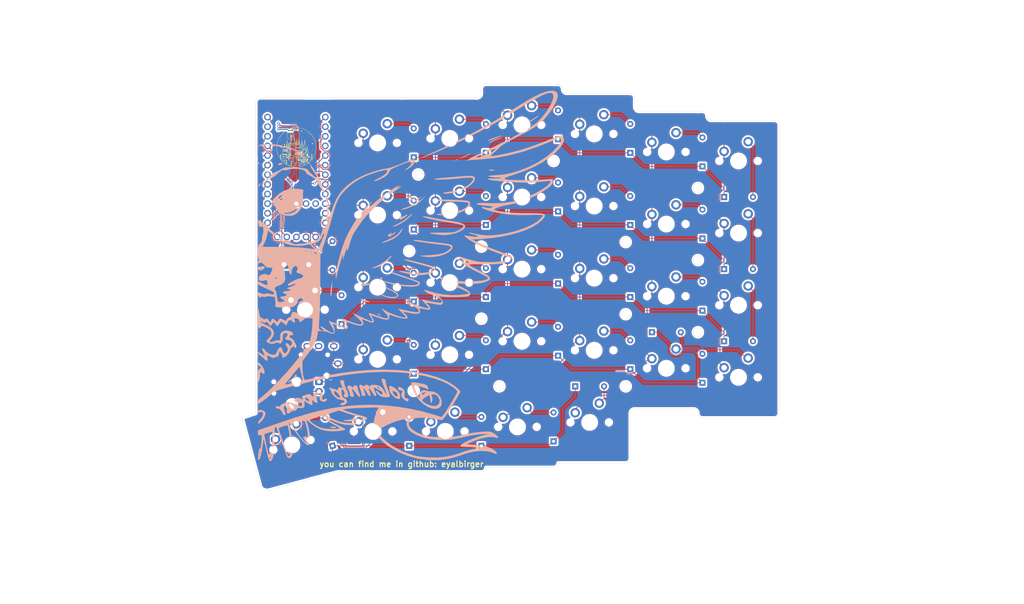
<source format=kicad_pcb>
(kicad_pcb (version 20241229) (generator "pcbnew") (generator_version "9.0")
  (layers (0 "F.Cu" signal) (2 "B.Cu" signal) (13 "F.Paste" user) (15 "B.Paste" user) (5 "F.SilkS" user "F.Silkscreen") (7 "B.SilkS" user "B.Silkscreen") (1 "F.Mask" user) (3 "B.Mask" user) (25 "Edge.Cuts" user))
  (net 0 "")
  (net 1 "-")
  (net 2 "row 0")
  (net 3 "Net-(D3-A)")
  (net 4 "Net-(D2-A)")
  (net 5 "Net-(D4-A)")
  (net 6 "row 1")
  (net 7 "Net-(D6-A)")
  (net 8 "Net-(D5-A)")
  (net 9 "gnd")
  (net 10 "sck")
  (net 11 "mosi")
  (net 12 "cs")
  (net 13 "vcc")
  (net 14 "19")
  (net 15 "20")
  (net 16 "Net-(D59-A)")
  (net 17 "column -1")
  (net 18 "column 5")
  (net 19 "rst")
  (net 20 "b+")
  (net 21 "column 3")
  (net 22 "column 4")
  (net 23 "row 2")
  (net 24 "Net-(D17-A)")
  (net 25 "Net-(D18-A)")
  (net 26 "Net-(D15-A)")
  (net 27 "Net-(D19-A)")
  (net 28 "Net-(D14-A)")
  (net 29 "Net-(D16-A)")
  (net 30 "row 3")
  (net 31 "Net-(D24-A)")
  (net 32 "Net-(D25-A)")
  (net 33 "row 4")
  (net 34 "Net-(D20-A)")
  (net 35 "Net-(D21-A)")
  (net 36 "Net-(D22-A)")
  (net 37 "Net-(D23-A)")
  (net 38 "Net-(D29-A)")
  (net 39 "Net-(D28-A)")
  (net 40 "Net-(D26-A)")
  (net 41 "Net-(D27-A)")
  (net 42 "Net-(D1-A)")
  (net 43 "Net-(D12-A)")
  (net 44 "Net-(D7-A)")
  (net 45 "Net-(D10-A)")
  (net 46 "Net-(D8-A)")
  (net 47 "Net-(D9-A)")
  (net 48 "Net-(D11-A)")
  (net 49 "Net-(D13-A)")
  (net 50 "column 2")
  (net 51 "column 1")
  (net 52 "column 0")
  (net 53 "+")
  (footprint "ScottoKeebs_MX:MX_PCB_1.00u" (layer "F.Cu") (at 177.054399 71.088774)
    (property "Reference" "S2" (hide yes))
    (property "Value" "Keyswitch" (hide yes))
  )
  (footprint "ScottoKeebs_MX:MX_PCB_1.00u" (layer "F.Cu") (at 177.054399 128.238774)
    (property "Reference" "S20" (hide yes))
    (property "Value" "Keyswitch" (hide yes))
  )
  (footprint "ScottoKeebs_MX:MX_PCB_1.00u" (layer "F.Cu") (at 196.104399 86.566899)
    (property "Reference" "S9" (hide yes))
    (property "Value" "Keyswitch" (hide yes))
  )
  (footprint "MountingHole:MountingHole_2.2mm_M2" (layer "F.Cu") (at 136.573149 135.382524)
    (property "Reference" "H6" (hide yes))
    (property "Value" "MountingHole")
  )
  (footprint "ScottoKeebs_MX:MX_PCB_1.00u" (layer "F.Cu") (at 234.204399 74.660649)
    (property "Reference" "S5" (hide yes))
    (property "Value" "Keyswitch" (hide yes))
  )
  (footprint "ScottoKeebs_MX:MX_PCB_1.00u" (layer "F.Cu") (at 234.204399 131.810649)
    (property "Reference" "S23" (hide yes))
    (property "Value" "Keyswitch" (hide yes))
  )
  (footprint "ScottoKeebs_MX:MX_PCB_1.00u" (layer "F.Cu") (at 158.004399 72.279399)
    (property "Reference" "S1" (hide yes))
    (property "Value" "Keyswitch" (hide yes))
  )
  (footprint "ScottoKeebs_MX:MX_PCB_1.00u" (layer "F.Cu") (at 177.054399 109.188774)
    (property "Reference" "S14" (hide yes))
    (property "Value" "Keyswitch" (hide yes))
  )
  (footprint "ScottoKeebs_MX:MX_PCB_1.00u" (layer "F.Cu") (at 234.204399 112.760649)
    (property "Reference" "S17" (hide yes))
    (property "Value" "Keyswitch" (hide yes))
  )
  (footprint "ScottoKeebs_MX:MX_PCB_1.00u" (layer "F.Cu") (at 196.104399 124.666899)
    (property "Reference" "S21" (hide yes))
    (property "Value" "Keyswitch" (hide yes))
  )
  (footprint "ScottoKeebs_MX:MX_PCB_1.00u" (layer "F.Cu") (at 253.254399 115.141899)
    (property "Reference" "S18" (hide yes))
    (property "Value" "Keyswitch" (hide yes))
  )
  (footprint "nice view:nice_view" (layer "F.Cu") (at 136.573149 80.613774)
    (property "Reference" "Display1")
    (property "Value" "nice!view" (hide yes))
  )
  (footprint "logoo:hedwig leftttt" (layer "F.Cu") (at 163.957524 105.616899)
    (property "Reference" "G***" (hide yes))
    (property "Value" "LOGO" (hide yes))
  )
  (footprint "ScottoKeebs_MX:MX_PCB_1.00u" (layer "F.Cu") (at 194.913774 147.288774)
    (property "Reference" "S27" (hide yes))
    (property "Value" "Keyswitch" (hide yes))
  )
  (footprint "ScottoKeebs_MX:MX_PCB_1.00u" (layer "F.Cu") (at 158.004399 129.429399)
    (property "Reference" "S19" (hide yes))
    (property "Value" "Keyswitch" (hide yes))
  )
  (footprint "ScottoKeebs_MX:MX_PCB_1.00u" (layer "F.Cu") (at 138.954399 116.332524)
    (property "Reference" "S25" (hide yes))
    (property "Value" "Keyswitch" (hide yes))
  )
  (footprint "ScottoKeebs_MX:MX_PCB_1.00u" (layer "F.Cu") (at 215.154399 88.948149)
    (property "Reference" "S10" (hide yes))
    (property "Value" "Keyswitch" (hide yes))
  )
  (footprint "ScottoKeebs_MX:MX_PCB_1.00u" (layer "F.Cu") (at 175.863774 148.479399)
    (property "Reference" "S28" (hide yes))
    (property "Value" "Keyswitch" (hide yes))
  )
  (footprint "ScottoKeebs_MX:MX_PCB_1.00u" (layer "F.Cu") (at 234.204399 93.710649)
    (property "Reference" "S11" (hide yes))
    (property "Value" "Keyswitch" (hide yes))
  )
  (footprint "Resistor_THT:R_Axial_DIN0207_L6.3mm_D2.5mm_P7.62mm_Horizontal" (layer "F.Cu") (at 146.098149 105.855024 90)
    (property "Reference" "R1" (hide yes))
    (property "Value" "Resistor")
  )
  (footprint "ScottoKeebs_MX:MX_PCB_1.00u" (layer "F.Cu") (at 177.054399 90.138774)
    (property "Reference" "S8" (hide yes))
    (property "Value" "Keyswitch" (hide yes))
  )
  (footprint "ScottoKeebs_Components:TRRS_PJ-320A" (layer "F.Cu") (at 136.223149 128.238774 90)
    (property "Reference" "U3")
    (property "Value" "TRRS")
  )
  (footprint "ScottoKeebs_MX:MX_PCB_1.00u" (layer "F.Cu") (at 135.382524 152.051274 15)
    (property "Reference" "S29" (hide yes))
    (property "Value" "Keyswitch")
  )
  (footprint "ScottoKeebs_MX:MX_PCB_1.00u" (layer "F.Cu") (at 158.004399 91.329399)
    (property "Reference" "S7" (hide yes))
    (property "Value" "Keyswitch" (hide yes))
  )
  (footprint "ScottoKeebs_MCU:Nice_Nano_V2_Flipped" (layer "F.Cu") (at 136.573149 79.423149)
    (property "Reference" "U2" (hide yes))
    (property "Value" "Nice_Nano_V2" (hide yes))
  )
  (footprint "ScottoKeebs_MX:MX_PCB_1.00u" (layer "F.Cu") (at 215.154399 69.898149)
    (property "Reference" "S4" (hide yes))
    (property "Value" "Keyswitch" (hide yes))
  )
  (footprint "ScottoKeebs_Components:Button_MJTP1243" (layer "F.Cu") (at 133.323149 104.426274)
    (property "Reference" "SW2" (hide yes))
    (property "Value" "Switch")
  )
  (footprint "logoo:hogwarts" (layer "F.Cu") (at 136.573149 73.470024)
    (property "Reference" "G***" (hide yes))
    (property "Value" "LOGO" (hide yes))
  )
  (footprint "ScottoKeebs_Components:Switch_MSK12C02" (layer "F.Cu") (at 130.620024 136.882524 90)
    (property "Reference" "SW1" (hide yes))
    (property "Value" "Switch")
  )
  (footprint "ScottoKeebs_MX:MX_PCB_1.00u" (layer "F.Cu") (at 196.104399 105.616899)
    (property "Reference" "S15" (hide yes))
    (property "Value" "Keyswitch" (hide yes))
  )
  (footprint "ScottoKeebs_MX:MX_PCB_1.00u" (layer "F.Cu") (at 215.154399 107.998149)
    (property "Reference" "S16" (hide yes))
    (property "Value" "Keyswitch" (hide yes))
  )
  (footprint "ScottoKeebs_MX:MX_PCB_1.00u" (layer "F.Cu") (at 253.254399 77.041899)
    (property "Reference" "S6" (hide yes))
    (property "Value" "Keyswitch" (hide yes))
  )
  (footprint "ScottoKeebs_MX:MX_PCB_1.00u" (layer "F.Cu") (at 253.254399 96.091899)
    (property "Reference" "S12" (hide yes))
    (property "Value" "Keyswitch" (hide yes))
  )
  (footprint "ScottoKeebs_MX:MX_PCB_1.00u" (layer "F.Cu") (at 213.963774 146.098149)
    (property "Reference" "S26" (hide yes))
    (property "Value" "Keyswitch" (hide yes))
  )
  (footprint "ScottoKeebs_MX:MX_PCB_1.00u" (layer "F.Cu") (at 215.154399 127.048149)
    (property "Reference" "S22" (hide yes))
    (property "Value" "Keyswitch" (hide yes))
  )
  (footprint "ScottoKeebs_MX:MX_PCB_1.00u" (layer "F.Cu") (at 196.104399 67.516899)
    (property "Reference" "S3" (hide yes))
    (property "Value" "Keyswitch" (hide yes))
  )
  (footprint "ScottoKeebs_MX:MX_PCB_1.00u" (layer "F.Cu") (at 156.813774 148.479399)
    (property "Reference" "S59" (hide yes))
    (property "Value" "Keyswitch" (hide yes))
  )
  (footprint "ScottoKeebs_MX:MX_PCB_1.00u" (layer "F.Cu") (at 253.254399 134.191899)
    (property "Reference" "S24" (hide yes))
    (property "Value" "Keyswitch" (hide yes))
  )
  (footprint "ScottoKeebs_MX:MX_PCB_1.00u" (layer "F.Cu") (at 158.004399 110.379399)
    (property "Reference" "S13" (hide yes))
    (property "Value" "Keyswitch" (hide yes))
  )
  (footprint "ScottoKeebs_Components:Diode_DO-35" (layer "B.Cu") (at 224.679399 112.998774 90)
    (property "Reference" "D16" (hide yes))
    (property "Value" "Diode" (hide yes))
  )
  (footprint "ScottoKeebs_Components:Diode_DO-35" (layer "B.Cu") (at 186.579399 112.998774 90)
    (property "Reference" "D14" (hide yes))
    (property "Value" "Diode" (hide yes))
  )
  (footprint "ScottoKeebs_Components:Diode_DO-35" (layer "B.Cu") (at 167.529399 133.239399 90)
    (property "Reference" "D19" (hide yes))
    (property "Value" "Diode" (hide yes))
  )
  (footprint "ScottoKeebs_Components:Diode_DO-35" (layer "B.Cu") (at 205.629399 128.476899 90)
    (property "Reference" "D21" (hide yes))
    (property "Value" "Diode" (hide yes))
  )
  (footprint "ScottoKeebs_Components:Diode_DO-35" (layer "B.Cu") (at 205.629399 109.426899 90)
    (property "Reference" "D15" (hide yes))
    (property "Value" "Diode" (hide yes))
  )
  (footprint "ScottoKeebs_Components:Diode_DO-35" (layer "B.Cu") (at 249.444399 124.666899)
    (property "Reference" "D18" (hide yes))
    (property "Value" "Diode" (hide yes))
  )
  (footprint "ScottoKeebs_Components:Diode_DO-35" (layer "B.Cu") (at 148.479399 120.142524 90)
    (property "Reference" "D25" (hide yes))
    (property "Value" "Diode" (hide yes))
  )
  (footprint "ScottoKeebs_Components:Diode_DO-35" (layer "B.Cu") (at 249.444399 86.566899)
    (property "Reference" "D6" (hide yes))
    (property "Value" "Diode" (hide yes))
  )
  (footprint "ScottoKeebs_Components:Diode_DO-35" (layer "B.Cu") (at 204.438774 151.098774 90)
    (property "Reference" "D27" (hide yes))
    (property "Value" "Diode" (hide yes))
  )
  (footprint "ScottoKeebs_Components:Diode_DO-35" (layer "B.Cu") (at 224.679399 74.898774 90)
    (property "Reference" "D4" (hide yes))
    (property "Value" "Diode" (hide yes))
  )
  (footprint "ScottoKeebs_Components:Diode_DO-35" (layer "B.Cu") (at 249.444399 105.616899)
    (property "Reference" "D12" (hide yes))
    (property "Value" "Diode" (hide yes))
  )
  (footprint "Connector_JST:JST_XH_B2B-XH-AM_1x02_P2.50mm_Vertical" (layer "B.Cu") (at 142.526274 135.382524 -90)
    (property "Reference" "J1" (hide yes))
    (property "Value" "Conn_01x02_Socket")
  )
  (footprint "ScottoKeebs_Components:Diode_DO-35" (layer "B.Cu") (at 186.579399 93.948774 90)
    (property "Reference" "D8" (hide yes))
    (property "Value" "Diode" (hide yes))
  )
  (footprint "ScottoKeebs_Components:Diode_DO-35" (layer "B.Cu") (at 243.729399 116.570649 90)
    (property "Reference" "D17" (hide yes))
    (property "Value" "Diode" (hide yes))
  )
  (footprint "ScottoKeebs_Components:Diode_DO-35" (layer "B.Cu") (at 185.388774 152.289399 90)
    (property "Reference" "D28" (hide yes))
    (property "Value" "Diode" (hide yes))
  )
  (footprint "ScottoKeebs_Components:Diode_DO-35" (layer "B.Cu") (at 146.098149 152.289399 105)
    (property "Reference" "D29" (hide yes))
    (property "Value" "Diode" (hide yes))
  )
  (footprint "ScottoKeebs_Components:Diode_DO-35" (layer "B.Cu") (at 243.729399 97.520649 90)
    (property "Reference" "D11" (hide yes))
    (property "Value" "Diode" (hide yes))
  )
  (footprint "ScottoKeebs_Components:Diode_DO-35" (layer "B.Cu") (at 230.394399 122.285649)
    (property "Reference" "D24" (hide yes))
    (property "Value" "Diode" (hide yes))
  )
  (footprint "ScottoKeebs_Components:Diode_DO-35" (layer "B.Cu") (at 243.729399 135.620649 90)
    (property "Reference" "D23" (hide yes))
    (property "Value" "Diode" (hide yes))
  )
  (footprint "ScottoKeebs_Components:Diode_DO-35" (layer "B.Cu") (at 166.338774 152.289399 90)
    (property "Reference" "D59" (hide yes))
    (property "Value" "Diode" (hide yes))
  )
  (footprint "ScottoKeebs_Components:Diode_DO-35" (layer "B.Cu") (at 167.529399 95.139399 90)
    (property "Reference" "D7" (hide yes))
    (property "Value" "Diode" (hide yes))
  )
  (footprint "ScottoKeebs_Components:Diode_DO-35" (layer "B.Cu") (at 224.679399 93.948774 90)
    (property "Reference" "D10" (hide yes))
    (property "Value" "Diode" (hide yes))
  )
  (footprint "ScottoKeebs_Components:Diode_DO-35" (layer "B.Cu") (at 186.579399 74.898774 90)
    (property "Reference" "D2" (hide yes))
    (property "Value" "Diode" (hide yes))
  )
  (footprint "ScottoKeebs_Components:Diode_DO-35" (layer "B.Cu") (at 205.629399 90.376899 90)
    (property "Reference" "D9" (hide yes))
    (property "Value" "Diode" (hide yes))
  )
  (footprint "ScottoKeebs_Components:Diode_DO-35" (layer "B.Cu") (at 186.579399 132.048774 90)
    (property "Reference" "D20" (hide yes))
    (property "Value" "Diode" (hide yes))
  )
  (footprint "ScottoKeebs_Components:Diode_DO-35" (layer "B.Cu") (at 243.729399 78.470649 90)
    (property "Reference" "D5" (hide yes))
    (property "Value" "Diode" (hide yes))
  )
  (footprint "ScottoKeebs_Components:Diode_DO-35" (layer "B.Cu") (at 224.679399 132.048774 90)
    (property "Reference" "D22" (hide yes))
    (property "Value" "Diode" (hide yes))
  )
  (footprint "ScottoKeebs_Components:Diode_DO-35" (layer "B.Cu") (at 167.529399 76.089399 90)
    (property "Reference" "D1" (hide yes))
    (property "Value" "Diode" (hide yes))
  )
  (footprint "ScottoKeebs_Components:Diode_DO-35" (layer "B.Cu") (at 205.629399 71.326899 90)
    (property "Reference" "D3" (hide yes))
    (property "Value" "Diode" (hide yes))
  )
  (footprint "ScottoKeebs_Components:Diode_DO-35" (layer "B.Cu") (at 167.529399 114.189399 90)
    (property "Reference" "D13" (hide yes))
    (property "Value" "Diode" (hide yes))
  )
  (footprint "ScottoKeebs_Components:Diode_DO-35" (layer "B.Cu") (at 210.153774 136.573149)
    (property "Reference" "D26" (hide yes))
    (property "Value" "Diode" (hide yes))
  )
  (gr_curve (pts (xy 127.048149 162.766899) (xy 127.524308 164.458466) (xy 129.429399 163.957524) (xy 129.429399 163.957524)) (stroke (width 0.05)) (layer "Edge.Cuts"))
  (gr_arc (start 125.857524 61.563774) (mid 126.20625 60.721875) (end 127.048149 60.373149) (stroke (width 0.05)) (layer "Edge.Cuts"))
  (gr_circle (center 135.382524 141.335649) (end 135.382524 140.145024) (stroke (width 0.05)) (fill no) (layer "Edge.Cuts"))
  (gr_line (start 205.629399 56.801274) (end 186.579399 56.801324) (stroke (width 0.05)) (layer "Edge.Cuts"))
  (gr_arc (start 224.679399 59.182524) (mid 225.521298 59.53125) (end 225.870024 60.373149) (stroke (width 0.05)) (layer "Edge.Cuts"))
  (gr_line (start 224.679399 155.623149) (end 224.679399 143.716899) (stroke (width 0.05)) (layer "Edge.Cuts"))
  (gr_line (start 262.779399 66.326274) (end 246.110649 66.326274) (stroke (width 0.05)) (layer "Edge.Cuts"))
  (gr_arc (start 227.060649 63.944974) (mid 226.218785 63.596263) (end 225.870074 62.754399) (stroke (width 0.05)) (layer "Edge.Cuts"))
  (gr_circle (center 166.338774 100.854399) (end 166.338774 99.663774) (stroke (width 0.05)) (fill no) (layer "Edge.Cuts"))
  (gr_line (start 185.388774 57.991899) (end 185.388774 59.182524) (stroke (width 0.05)) (layer "Edge.Cuts"))
  (gr_line (start 225.877714 142.526274) (end 241.348149 142.526274) (stroke (width 0.05)) (layer "Edge.Cuts"))
  (gr_line (start 129.429399 163.957524) (end 147.288774 159.195024) (stroke (width 0.05)) (layer "Edge.Cuts"))
  (gr_arc (start 186.579399 158.004399) (mid 186.230673 158.846298) (end 185.388774 159.195024) (stroke (width 0.05)) (layer "Edge.Cuts"))
  (gr_arc (start 263.970024 143.716899) (mid 263.621298 144.558798) (end 262.779399 144.907524) (stroke (width 0.05)) (layer "Edge.Cuts"))
  (gr_arc (start 224.679399 155.623149) (mid 224.330673 156.465048) (end 223.488774 156.813774) (stroke (width 0.05)) (layer "Edge.Cuts"))
  (gr_arc (start 205.629399 156.813774) (mid 205.280673 157.655673) (end 204.438774 158.004399) (stroke (width 0.05)) (layer "Edge.Cuts"))
  (gr_line (start 243.729399 144.907524) (end 262.779399 144.907524) (stroke (width 0.05)) (layer "Edge.Cuts"))
  (gr_circle (center 185.388774 99.663774) (end 185.388774 98.473149) (stroke (width 0.05)) (fill no) (layer "Edge.Cuts"))
  (gr_line (start 263.970024 143.716899) (end 263.970024 67.516899) (stroke (width 0.05)) (layer "Edge.Cuts"))
  (gr_line (start 122.285649 144.907524) (end 127.048149 162.766899) (stroke (width 0.05)) (layer "Edge.Cuts"))
  (gr_arc (start 185.388774 57.991899) (mid 185.7375 57.15) (end 186.579399 56.801274) (stroke (width 0.05)) (layer "Edge.Cuts"))
  (gr_circle (center 242.538774 122.285649) (end 242.538774 121.095024) (stroke (width 0.05)) (fill no) (layer "Edge.Cuts"))
  (gr_arc (start 243.729399 144.907524) (mid 242.8875 144.558798) (end 242.538774 143.716899) (stroke (width 0.05)) (layer "Edge.Cuts"))
  (gr_line (start 122.285649 144.907524) (end 125.857524 143.716899) (stroke (width 0.05)) (layer "Edge.Cuts"))
  (gr_line (start 224.679399 59.182524) (end 208.010649 59.182524) (stroke (width 0.05)) (layer "Edge.Cuts"))
  (gr_arc (start 246.110649 66.326274) (mid 245.26875 65.977548) (end 244.920024 65.135649) (stroke (width 0.05)) (layer "Edge.Cuts"))
  (gr_line (start 147.288774 159.195024) (end 185.388774 159.195024) (stroke (width 0.05)) (layer "Edge.Cuts"))
  (gr_line (start 125.857524 61.563774) (end 125.857524 143.716899) (stroke (width 0.05)) (layer "Edge.Cuts"))
  (gr_line (start 167.529399 60.373149) (end 127.048149 60.373149) (stroke (width 0.05)) (layer "Edge.Cuts"))
  (gr_circle (center 204.438774 77.041899) (end 204.438774 75.851274) (stroke (width 0.05)) (fill no) (layer "Edge.Cuts"))
  (gr_arc (start 262.779399 66.326274) (mid 263.621298 66.675) (end 263.970024 67.516899) (stroke (width 0.05)) (layer "Edge.Cuts"))
  (gr_arc (start 224.679399 143.716899) (mid 225.028125 142.875) (end 225.870024 142.526274) (stroke (width 0.05)) (layer "Edge.Cuts"))
  (gr_circle (center 242.538774 103.235649) (end 242.538774 102.045024) (stroke (width 0.05)) (fill no) (layer "Edge.Cuts"))
  (gr_circle (center 168.720024 80.613774) (end 168.720024 79.423149) (stroke (width 0.05)) (fill no) (layer "Edge.Cuts"))
  (gr_circle (center 223.488774 117.523149) (end 223.488774 116.332524) (stroke (width 0.05)) (fill no) (layer "Edge.Cuts"))
  (gr_line (start 243.729399 63.944974) (end 227.060649 63.944974) (stroke (width 0.05)) (layer "Edge.Cuts"))
  (gr_line (start 225.870074 62.754349) (end 225.870024 60.373149) (stroke (width 0.05)) (layer "Edge.Cuts"))
  (gr_arc (start 241.348149 142.526274) (mid 242.190048 142.875) (end 242.538774 143.716899) (stroke (width 0.05)) (layer "Edge.Cuts"))
  (gr_circle (center 167.529399 137.763774) (end 167.529399 136.573149) (stroke (width 0.05)) (fill no) (layer "Edge.Cuts"))
  (gr_circle (center 190.151274 136.573149) (end 190.151274 135.382524) (stroke (width 0.05)) (fill no) (layer "Edge.Cuts"))
  (gr_line (start 184.198149 60.373123) (end 167.529399 60.373149) (stroke (width 0.05)) (layer "Edge.Cuts"))
  (gr_arc (start 185.388774 59.182524) (mid 185.040048 60.024423) (end 184.198149 60.373149) (stroke (width 0.05)) (layer "Edge.Cuts"))
  (gr_arc (start 205.629399 56.801274) (mid 206.471298 57.15) (end 206.820024 57.991899) (stroke (width 0.05)) (layer "Edge.Cuts"))
  (gr_circle (center 185.388774 118.713774) (end 185.388774 117.523149) (stroke (width 0.05)) (fill no) (layer "Edge.Cuts"))
  (gr_arc (start 208.010649 59.182524) (mid 207.16875 58.833798) (end 206.820024 57.991899) (stroke (width 0.05)) (layer "Edge.Cuts"))
  (gr_circle (center 242.538774 84.185649) (end 242.538774 82.995024) (stroke (width 0.05)) (fill no) (layer "Edge.Cuts"))
  (gr_circle (center 223.488774 136.573149) (end 223.488774 135.382524) (stroke (width 0.05)) (fill no) (layer "Edge.Cuts"))
  (gr_arc (start 243.729399 63.944974) (mid 244.571316 64.293718) (end 244.920024 65.135649) (stroke (width 0.05)) (layer "Edge.Cuts"))
  (gr_line (start 205.629398 156.813774) (end 223.488774 156.813774) (stroke (width 0.05)) (layer "Edge.Cuts"))
  (gr_line (start 186.579399 158.004399) (end 204.438774 158.004399) (stroke (width 0.05)) (layer "Edge.Cuts"))
  (gr_circle (center 223.488774 98.473149) (end 223.488774 97.282524) (stroke (width 0.05)) (fill no) (layer "Edge.Cuts"))
  (gr_text "-" (at 144.907524 135.382524 0) (layer "F.SilkS") (effects (font (size 1 1)) (justify left bottom)))
  (gr_text "+" (at 144.907524 137.763774 0) (layer "F.SilkS") (effects (font (size 1 1)) (justify left bottom)))
  (gr_text "you can find me in github: eyalbirger" (at 142.526274 158.004399 0) (layer "F.SilkS") (effects (font (size 1.5 1.5) (thickness 0.3) (bold yes)) (justify left bottom)))
  (segment (start 141.493449 99.275149) (end 141.493449 101.712824) (width 0.2) (layer "F.Cu") (net 1))
  (segment (start 142.764399 105.855024) (end 146.098149 105.855024) (width 0.2) (layer "F.Cu") (net 1))
  (segment (start 142.526274 105.616899) (end 142.764399 105.855024) (width 0.2) (layer "F.Cu") (net 1))
  (segment (start 139.928949 93.698274) (end 140.638486 94.407811) (width 0.2) (layer "F.Cu") (net 1))
  (segment (start 133.498149 89.143649) (end 133.498149 93.698274) (width 0.2) (layer "F.Cu") (net 1))
  (segment (start 141.73634 94.407811) (end 143.632449 96.30392) (width 0.2) (layer "F.Cu") (net 1))
  (segment (start 142.300928 99.275149) (end 141.493449 99.275149) (width 0.2) (layer "F.Cu") (net 1))
  (segment (start 140.638486 94.407811) (end 141.73634 94.407811) (width 0.2) (layer "F.Cu") (net 1))
  (segment (start 143.632449 96.30392) (end 143.632449 97.943628) (width 0.2) (layer "F.Cu") (net 1))
  (segment (start 139.646774 82.995024) (end 133.498149 89.143649) (width 0.2) (layer "F.Cu") (net 1))
  (segment (start 133.498149 93.698274) (end 139.928949 93.698274) (width 0.2) (layer "F.Cu") (net 1))
  (segment (start 141.493449 101.712824) (end 142.526274 102.745649) (width 0.2) (layer "F.Cu") (net 1))
  (segment (start 142.526274 102.745649) (end 142.526274 105.616899) (width 0.2) (layer "F.Cu") (net 1))
  (segment (start 141.335649 82.995024) (end 139.646774 82.995024) (width 0.2) (layer "F.Cu") (net 1))
  (segment (start 143.632449 97.943628) (end 142.300928 99.275149) (width 0.2) (layer "F.Cu") (net 1))
  (via (at 141.335649 82.995024) (size 0.6) (drill 0.3) (layers "F.Cu" "B.Cu") (net 1))
  (segment (start 142.526274 72.200024) (end 144.193149 70.533149) (width 0.2) (layer "B.Cu") (net 1))
  (segment (start 142.526274 81.804399) (end 142.526274 72.200024) (width 0.2) (layer "B.Cu") (net 1))
  (segment (start 141.335649 82.995024) (end 142.526274 81.804399) (width 0.2) (layer "B.Cu") (net 1))
  (segment (start 142.569183 158.585015) (end 142.428136 158.622577) (width 0.2) (layer "F.Cu") (net 2))
  (segment (start 167.529399 76.089399) (end 166.078399 77.540399) (width 0.2) (layer "F.Cu") (net 2))
  (segment (start 166.078399 77.540399) (end 166.078399 95.831524) (width 0.2) (layer "F.Cu") (net 2))
  (segment (start 128.238774 155.364772) (end 128.238774 144.804824) (width 0.2) (layer "F.Cu") (net 2))
  (segment (start 166.027399 105.361174) (end 166.027399 115.397624) (width 0.2) (layer "F.Cu") (net 2))
  (segment (start 160.357824 99.691599) (end 166.027399 105.361174) (width 0.2) (layer "F.Cu") (net 2))
  (segment (start 167.128399 116.498624) (end 167.128399 123.310174) (width 0.2) (layer "F.Cu") (net 2))
  (segment (start 154.031524 152.439899) (end 150.002224 152.439899) (width 0.2) (layer "F.Cu") (net 2))
  (segment (start 156.412774 142.983699) (end 156.412774 144.741424) (width 0.2) (layer "F.Cu") (net 2))
  (segment (start 135.227648 159.195024) (end 133.718117 159.195024) (width 0.2) (layer "F.Cu") (net 2))
  (segment (start 165.937774 124.500799) (end 165.937774 133.458699) (width 0.2) (layer "F.Cu") (net 2))
  (segment (start 166.027399 115.397624) (end 167.128399 116.498624) (width 0.2) (layer "F.Cu") (net 2))
  (segment (start 166.428399 96.240399) (end 163.809024 96.240399) (width 0.2) (layer "F.Cu") (net 2))
  (segment (start 128.238774 144.804824) (end 127.661524 144.227574) (width 0.2) (layer "F.Cu") (net 2))
  (segment (start 163.809024 96.240399) (end 160.357824 99.691599) (width 0.2) (layer "F.Cu") (net 2))
  (segment (start 166.428399 96.181524) (end 166.428399 96.240399) (width 0.2) (layer "F.Cu") (net 2))
  (segment (start 156.412774 144.741424) (end 154.031524 147.122674) (width 0.2) (layer "F.Cu") (net 2))
  (segment (start 133.718117 159.195024) (end 132.527492 160.385649) (width 0.2) (layer "F.Cu") (net 2))
  (segment (start 147.620974 150.058649) (end 145.223539 150.058649) (width 0.2) (layer "F.Cu") (net 2))
  (segment (start 130.620024 160.385649) (end 129.429399 159.195024) (width 0.2) (layer "F.Cu") (net 2))
  (segment (start 143.939424 151.342764) (end 143.939424 157.214774) (width 0.2) (layer "F.Cu") (net 2))
  (segment (start 129.429399 159.195024) (end 129.429399 156.555397) (width 0.2) (layer "F.Cu") (net 2))
  (segment (start 142.428136 158.622577) (end 135.800095 158.622577) (width 0.2) (layer "F.Cu") (net 2))
  (segment (start 135.800095 158.622577) (end 135.227648 159.195024) (width 0.2) (layer "F.Cu") (net 2))
  (segment (start 127.661524 144.227574) (end 127.661524 87.064774) (width 0.2) (layer "F.Cu") (net 2))
  (segment (start 129.429399 156.555397) (end 128.238774 155.364772) (width 0.2) (layer "F.Cu") (net 2))
  (segment (start 167.128399 123.310174) (end 165.937774 124.500799) (width 0.2) (layer "F.Cu") (net 2))
  (segment (start 150.002224 152.439899) (end 147.620974 150.058649) (width 0.2) (layer "F.Cu") (net 2))
  (segment (start 154.031524 147.122674) (end 154.031524 152.439899) (width 0.2) (layer "F.Cu") (net 2))
  (segment (start 145.223539 150.058649) (end 143.939424 151.342764) (width 0.2) (layer "F.Cu") (net 2))
  (segment (start 132.527492 160.385649) (end 130.620024 160.385649) (width 0.2) (layer "F.Cu") (net 2))
  (segment (start 165.937774 133.458699) (end 156.412774 142.983699) (width 0.2) (layer "F.Cu") (net 2))
  (segment (start 143.939424 157.214774) (end 142.569183 158.585015) (width 0.2) (layer "F.Cu") (net 2))
  (segment (start 166.078399 95.831524) (end 166.428399 96.181524) (width 0.2) (layer "F.Cu") (net 2))
  (segment (start 127.661524 87.064774) (end 128.953149 85.773149) (width 0.2) (layer "F.Cu") (net 2))
  (segment (start 243.729399 78.470649) (end 228.251274 78.470649) (width 0.2) (layer "B.Cu") (net 2))
  (segment (start 249.444399 84.185649) (end 243.729399 78.470649) (width 0.2) (layer "B.Cu") (net 2))
  (segment (start 190.151274 71.326899) (end 186.579399 74.898774) (width 0.2) (layer "B.Cu") (net 2))
  (segment (start 224.679399 74.898774) (end 209.201274 74.898774) (width 0.2) (layer "B.Cu") (net 2))
  (segment (start 209.201274 74.898774) (end 205.629399 71.326899) (width 0.2) (layer "B.Cu") (net 2))
  (segment (start 185.150649 76.089399) (end 167.529399 76.089399) (width 0.2) (layer "B.Cu") (net 2))
  (segment (start 186.341274 74.898774) (end 185.150649 76.089399) (width 0.2) (layer "B.Cu") (net 2))
  (segment (start 228.251274 78.470649) (end 224.679399 74.898774) (width 0.2) (layer "B.Cu") (net 2))
  (segment (start 186.579399 74.898774) (end 186.341274 74.898774) (width 0.2) (layer "B.Cu") (net 2))
  (segment (start 249.444399 86.566899) (end 249.444399 84.185649) (width 0.2) (layer "B.Cu") (net 2))
  (segment (start 205.629399 71.326899) (end 190.151274 71.326899) (width 0.2) (layer "B.Cu") (net 2))
  (segment (start 198.644399 62.436899) (end 204.359399 62.436899) (width 0.2) (layer "B.Cu") (net 3))
  (segment (start 204.359399 62.436899) (end 205.629399 63.706899) (width 0.2) (layer "B.Cu") (net 3))
  (segment (start 179.594399 66.008774) (end 185.309399 66.008774) (width 0.2) (layer "B.Cu") (net 4))
  (segment (start 185.309399 66.008774) (end 186.579399 67.278774) (width 0.2) (layer "B.Cu") (net 4))
  (segment (start 217.694399 64.818149) (end 222.218774 64.818149) (width 0.2) (layer "B.Cu") (net 5))
  (segment (start 222.218774 64.818149) (end 224.679399 67.278774) (width 0.2) (layer "B.Cu") (net 5))
  (segment (start 172.768149 100.378149) (end 167.529399 95.139399) (width 0.2) (layer "F.Cu") (net 6))
  (segment (start 166.428399 115.231524) (end 166.428399 105.527274) (width 0.2) (layer "F.Cu") (net 6))
  (segment (start 172.768149 104.931578) (end 172.768149 100.378149) (width 0.2) (layer "F.Cu") (net 6))
  (segment (start 154.266424 152.840899) (end 154.432524 152.674799) (width 0.2) (layer "F.Cu") (net 6))
  (segment (start 156.813774 143.149799) (end 166.338774 133.624799) (width 0.2) (layer "F.Cu") (net 6))
  (segment (start 147.454874 150.459649) (end 149.836124 152.840899) (width 0.2) (layer "F.Cu") (net 6))
  (segment (start 129.028399 159.361124) (end 130.453924 160.786649) (width 0.2) (layer "F.Cu") (net 6))
  (segment (start 144.283999 157.437299) (end 144.340424 157.437299) (width 0.2) (layer "F.Cu") (net 6))
  (segment (start 127.837774 155.530872) (end 129.028399 156.721497) (width 0.2) (layer "F.Cu") (net 6))
  (segment (start 127.837774 145.42553) (end 127.837774 155.530872) (width 0.2) (layer "F.Cu") (net 6))
  (segment (start 156.813774 144.907524) (end 156.813774 143.149799) (width 0.2) (layer "F.Cu") (net 6))
  (segment (start 145.389639 150.459649) (end 147.454874 150.459649) (width 0.2) (layer "F.Cu") (net 6))
  (segment (start 154.432524 147.288774) (end 156.813774 144.907524) (width 0.2) (layer "F.Cu") (net 6))
  (segment (start 128.953149 83.233149) (end 127.260524 84.925774) (width 0.2) (layer "F.Cu") (net 6))
  (segment (start 142.832882 158.929766) (end 142.889843 158.831455) (width 0.2) (layer "F.Cu") (net 6))
  (segment (start 129.028399 156.721497) (end 129.028399 159.361124) (width 0.2) (layer "F.Cu") (net 6))
  (segment (start 166.428399 105.527274) (end 166.487274 105.468399) (width 0.2) (layer "F.Cu") (net 6))
  (segment (start 133.884217 159.596024) (end 135.393748 159.596024) (width 0.2) (layer "F.Cu") (net 6))
  (segment (start 130.453924 160.786649) (end 132.693592 160.786649) (width 0.2) (layer "F.Cu") (net 6))
  (segment (start 154.432524 152.674799) (end 154.432524 147.288774) (width 0.2) (layer "F.Cu") (net 6))
  (segment (start 166.487274 105.468399) (end 172.231328 105.468399) (width 0.2) (layer "F.Cu") (net 6))
  (segment (start 135.393748 159.596024) (end 135.966195 159.023577) (width 0.2) (layer "F.Cu") (net 6))
  (segment (start 132.693592 160.786649) (end 133.884217 159.596024) (width 0.2) (layer "F.Cu") (net 6))
  (segment (start 166.338774 133.624799) (end 166.338774 124.666899) (width 0.2) (layer "F.Cu") (net 6))
  (segment (start 142.320358 159.023577) (end 142.370823 159.052816) (width 0.2) (layer "F.Cu") (net 6))
  (segment (start 167.529399 123.476274) (end 167.529399 116.332524) (width 0.2) (layer "F.Cu") (net 6))
  (segment (start 142.370823 159.052816) (end 142.832882 158.929766) (width 0.2) (layer "F.Cu") (net 6))
  (segment (start 166.338774 124.666899) (end 167.529399 123.476274) (width 0.2) (layer "F.Cu") (net 6))
  (segment (start 127.260524 144.84828) (end 127.837774 145.42553) (width 0.2) (layer "F.Cu") (net 6))
  (segment (start 172.231328 105.468399) (end 172.768149 104.931578) (width 0.2) (layer "F.Cu") (net 6))
  (segment (start 144.340424 151.508864) (end 145.389639 150.459649) (width 0.2) (layer "F.Cu") (net 6))
  (segment (start 144.340424 157.437299) (end 144.340424 151.508864) (width 0.2) (layer "F.Cu") (net 6))
  (segment (start 127.260524 84.925774) (end 127.260524 144.84828) (width 0.2) (layer "F.Cu") (net 6))
  (segment (start 167.529399 116.332524) (end 166.428399 115.231524) (width 0.2) (layer "F.Cu") (net 6))
  (segment (start 149.836124 152.840899) (end 154.266424 152.840899) (width 0.2) (layer "F.Cu") (net 6))
  (segment (start 142.889843 158.831455) (end 144.283999 157.437299) (width 0.2) (layer "F.Cu") (net 6))
  (segment (start 135.966195 159.023577) (end 142.320358 159.023577) (width 0.2) (layer "F.Cu") (net 6))
  (segment (start 224.679399 93.948774) (end 209.201274 93.948774) (width 0.2) (layer "B.Cu") (net 6))
  (segment (start 205.629399 90.376899) (end 190.151274 90.376899) (width 0.2) (layer "B.Cu") (net 6))
  (segment (start 249.444399 105.616899) (end 249.444399 103.235649) (width 0.2) (layer "B.Cu") (net 6))
  (segment (start 249.444399 103.235649) (end 243.729399 97.520649) (width 0.2) (layer "B.Cu") (net 6))
  (segment (start 168.720024 93.948774) (end 167.529399 95.139399) (width 0.2) (layer "B.Cu") (net 6))
  (segment (start 186.579399 93.948774) (end 168.720024 93.948774) (width 0.2) (layer "B.Cu") (net 6))
  (segment (start 228.251274 97.520649) (end 224.679399 93.948774) (width 0.2) (layer "B.Cu") (net 6))
  (segment (start 243.729399 97.520649) (end 228.251274 97.520649) (width 0.2) (layer "B.Cu") (net 6))
  (segment (start 209.201274 93.948774) (end 205.629399 90.376899) (width 0.2) (layer "B.Cu") (net 6))
  (segment (start 190.151274 90.376899) (end 186.579399 93.948774) (width 0.2) (layer "B.Cu") (net 6))
  (segment (start 257.064399 73.231899) (end 257.064399 86.566899) (width 0.2) (layer "B.Cu") (net 7))
  (segment (start 255.794399 71.961899) (end 257.064399 73.231899) (width 0.2) (layer "B.Cu") (net 7))
  (segment (start 242.459399 69.580649) (end 243.729399 70.850649) (width 0.2) (layer "B.Cu") (net 8))
  (segment (start 236.744399 69.580649) (end 242.459399 69.580649) (width 0.2) (layer "B.Cu") (net 8))
  (segment (start 142.526274 135.382524) (end 144.626274 135.382524) (width 0.2) (layer "F.Cu") (net 9))
  (segment (start 130.620024 122.285649) (end 130.620024 113.629399) (width 0.2) (layer "F.Cu") (net 9))
  (segment (start 142.651149 100.854399) (end 143.478774 100.854399) (width 0.2) (layer "F.Cu") (net 9))
  (segment (start 139.823149 97.833774) (end 139.113149 97.123774) (width 0.2) (layer "F.Cu") (net 9))
  (segment (start 130.620024 113.629399) (end 139.823149 104.426274) (width 0.2) (layer "F.Cu") (net 9))
  (segment (start 139.823149 104.426274) (end 139.823149 97.833774) (width 0.2) (layer "F.Cu") (net 9))
  (segment (start 144.626274 135.382524) (end 147.523149 132.485649) (width 0.2) (layer "F.Cu") (net 9))
  (segment (start 139.113149 97.123774) (end 138.954399 97.282524) (width 0.2) (layer "F.Cu") (net 9))
  (segment (start 143.478774 100.854399) (end 146.098149 98.235024) (width 0.2) (layer "F.Cu") (net 9))
  (segment (start 138.873149 130.538774) (end 130.620024 122.285649) (width 0.2) (layer "F.Cu") (net 9))
  (segment (start 147.523149 130.538774) (end 138.873149 130.538774) (width 0.2) (layer "F.Cu") (net 9))
  (segment (start 147.523149 132.485649) (end 147.523149 130.538774) (width 0.2) (layer "F.Cu") (net 9))
  (segment (start 142.526274 135.382524) (end 142.126274 135.382524) (width 0.2) (layer "F.Cu") (net 9))
  (via (at 142.651149 100.854399) (size 0.6) (drill 0.3) (layers "F.Cu" "B.Cu") (net 9))
  (segment (start 140.145024 98.348274) (end 140.145024 98.155649) (width 0.2) (layer "B.Cu") (net 9))
  (segment (start 142.651149 100.854399) (end 140.145024 98.348274) (width 0.2) (layer "B.Cu") (net 9))
  (segment (start 140.145024 98.155649) (end 139.113149 97.123774) (width 0.2) (layer "B.Cu") (net 9))
  (segment (start 134.033149 97.123774) (end 131.894149 94.984774) (width 0.2) (layer "F.Cu") (net 10))
  (segment (start 142.220249 78.153149) (end 144.193149 78.153149) (width 0.2) (layer "F.Cu") (net 10))
  (segment (start 131.894149 94.984774) (end 131.894149 88.479249) (width 0.2) (layer "F.Cu") (net 10))
  (segment (start 131.894149 88.479249) (end 142.220249 78.153149) (width 0.2) (layer "F.Cu") (net 10))
  (segment (start 131.493149 88.313149) (end 144.193149 75.613149) (width 0.2) (layer "F.Cu") (net 11))
  (segment (start 131.493149 97.123774) (end 131.493149 88.313149) (width 0.2) (layer "F.Cu") (net 11))
  (segment (start 142.386349 78.554149) (end 143.015849 78.554149) (width 0.2) (layer "F.Cu") (net 12))
  (segment (start 143.705495 79.330449) (end 144.680803 79.330449) (width 0.2) (layer "F.Cu") (net 12))
  (segment (start 143.015849 66.630449) (end 144.193149 65.453149) (width 0.2) (layer "F.Cu") (net 12))
  (segment (start 145.370449 75.125495) (end 144.680803 74.435849) (width 0.2) (layer "F.Cu") (net 12))
  (segment (start 139.430649 94.901274) (end 132.377749 94.901274) (width 0.2) (layer "F.Cu") (net 12))
  (segment (start 143.890895 74.435849) (end 143.015849 73.560803) (width 0.2) (layer "F.Cu") (net 12))
  (segment (start 132.377749 94.901274) (end 132.295149 94.818674) (width 0.2) (layer "F.Cu") (net 12))
  (segment (start 141.653149 97.123774) (end 139.430649 94.901274) (width 0.2) (layer "F.Cu") (net 12))
  (segment (start 132.295149 88.645349) (end 142.386349 78.554149) (width 0.2) (layer "F.Cu") (net 12))
  (segment (start 144.680803 79.330449) (end 145.370449 78.640803) (width 0.2) (layer "F.Cu") (net 12))
  (segment (start 143.015849 73.560803) (end 143.015849 66.630449) (width 0.2) (layer "F.Cu") (net 12))
  (segment (start 132.295149 94.818674) (end 132.295149 88.645349) (width 0.2) (layer "F.Cu") (net 12))
  (segment (start 144.680803 74.435849) (end 143.890895 74.435849) (width 0.2) (layer "F.Cu") (net 12))
  (segment (start 145.370449 78.640803) (end 145.370449 75.125495) (width 0.2) (layer "F.Cu") (net 12))
  (segment (start 143.015849 78.554149) (end 143.015849 78.640803) (width 0.2) (layer "F.Cu") (net 12))
  (segment (start 143.015849 78.640803) (end 143.705495 79.330449) (width 0.2) (layer "F.Cu") (net 12))
  (segment (start 130.315849 97.611428) (end 130.315849 96.63612) (width 0.2) (layer "F.Cu") (net 13))
  (segment (start 138.574149 128.619024) (end 138.047324 129.145849) (width 0.2) (layer "F.Cu") (net 13))
  (segment (start 138.203399 127.487774) (end 138.574149 127.858524) (width 0.2) (layer "F.Cu") (net 13))
  (segment (start 139.077011 105.739512) (end 131.021024 113.795499) (width 0.2) (layer "F.Cu") (net 13))
  (segment (start 140.413818 103.000274) (end 141.249149 103.835605) (width 0.2) (layer "F.Cu") (net 13))
  (segment (start 141.249149 105.016943) (end 140.413818 105.852274) (width 0.2) (layer "F.Cu") (net 13))
  (segment (start 146.423149 129.812774) (end 146.423149 125.938774) (width 0.2) (layer "F.Cu") (net 13))
  (segment (start 141.249149 103.835605) (end 141.249149 105.016943) (width 0.2) (layer "F.Cu") (net 13))
  (segment (start 140.413818 105.852274) (end 139.189773 105.852274) (width 0.2) (layer "F.Cu") (net 13))
  (segment (start 136.573149 97.123774) (end 137.750449 95.946474) (width 0.2) (layer "F.Cu") (net 13))
  (segment (start 137.750449 95.946474) (end 139.908749 95.946474) (width 0.2) (layer "F.Cu") (net 13))
  (segment (start 136.856699 127.955224) (end 137.324149 127.487774) (width 0.2) (layer "F.Cu") (net 13))
  (segment (start 140.290449 102.933974) (end 140.224149 103.000274) (width 0.2) (layer "F.Cu") (net 13))
  (segment (start 131.092149 75.212149) (end 128.953149 73.073149) (width 0.2) (layer "F.Cu") (net 13))
  (segment (start 139.908749 95.946474) (end 140.290449 96.328174) (width 0.2) (layer "F.Cu") (net 13))
  (segment (start 137.324149 127.487774) (end 138.203399 127.487774) (width 0.2) (layer "F.Cu") (net 13))
  (segment (start 139.039249 130.137774) (end 146.098149 130.137774) (width 0.2) (layer "F.Cu") (net 13))
  (segment (start 135.395849 98.301074) (end 131.005495 98.301074) (width 0.2) (layer "F.Cu") (net 13))
  (segment (start 131.021024 122.119549) (end 136.856699 127.955224) (width 0.2) (layer "F.Cu") (net 13))
  (segment (start 140.224149 103.000274) (end 140.413818 103.000274) (width 0.2) (layer "F.Cu") (net 13))
  (segment (start 138.574149 127.858524) (end 138.574149 128.619024) (width 0.2) (layer "F.Cu") (net 13))
  (segment (start 138.047324 129.145849) (end 139.039249 130.137774) (width 0.2) (layer "F.Cu") (net 13))
  (segment (start 130.315849 96.63612) (end 131.005495 95.946474) (width 0.2) (layer "F.Cu") (net 13))
  (segment (start 140.290449 96.328174) (end 140.290449 102.933974) (width 0.2) (layer "F.Cu") (net 13))
  (segment (start 136.573149 97.123774) (end 135.395849 98.301074) (width 0.2) (layer "F.Cu") (net 13))
  (segment (start 139.189773 105.852274) (end 139.077011 105.739512) (width 0.2) (layer "F.Cu") (net 13))
  (segment (start 131.005495 95.946474) (end 131.092149 95.946474) (width 0.2) (layer "F.Cu") (net 13))
  (segment (start 146.098149 130.137774) (end 146.423149 129.812774) (width 0.2) (layer "F.Cu") (net 13))
  (segment (start 131.092149 95.946474) (end 131.092149 75.212149) (width 0.2) (layer "F.Cu") (net 13))
  (segment (start 131.021024 113.795499) (end 131.021024 122.119549) (width 0.2) (layer "F.Cu") (net 13))
  (segment (start 131.005495 98.301074) (end 130.315849 97.611428) (width 0.2) (layer "F.Cu") (net 13))
  (segment (start 146.098149 80.613774) (end 146.098149 69.898149) (width 0.2) (layer "F.Cu") (net 14))
  (segment (start 141.930653 95.169224) (end 140.832799 95.169224) (width 0.2) (layer "F.Cu") (net 14))
  (segment (start 140.832799 95.169224) (end 139.762849 94.099274) (width 0.2) (layer "F.Cu") (net 14))
  (segment (start 133.097149 88.977549) (end 140.270299 81.804399) (width 0.2) (layer "F.Cu") (net 14))
  (segment (start 146.098149 69.898149) (end 144.193149 67.993149) (width 0.2) (layer "F.Cu") (net 14))
  (segment (start 143.968349 82.055849) (end 144.656074 82.055849) (width 0.2) (layer "F.Cu") (net 14))
  (segment (start 142.051149 105.349143) (end 142.051149 102.837624) (width 0.2) (layer "F.Cu") (net 14))
  (segment (start 131.823024 121.787349) (end 131.823024 114.127699) (width 0.2) (layer "F.Cu") (net 14))
  (segment (start 136.721449 126.685774) (end 131.823024 121.787349) (width 0.2) (layer "F.Cu") (net 14))
  (segment (start 131.823024 114.127699) (end 139.048799 106.901924) (width 0.2) (layer "F.Cu") (net 14))
  (segment (start 141.092449 98.874149) (end 142.134828 98.874149) (width 0.2) (layer "F.Cu") (net 14))
  (segment (start 138.676149 126.685774) (end 136.721449 126.685774) (width 0.2) (layer "F.Cu") (net 14))
  (segment (start 143.231449 96.47002) (end 141.930653 95.169224) (width 0.2) (layer "F.Cu") (net 14))
  (segment (start 141.092449 101.878924) (end 141.092449 98.874149) (width 0.2) (layer "F.Cu") (net 14))
  (segment (start 144.656074 82.055849) (end 146.098149 80.613774) (width 0.2) (layer "F.Cu") (net 14))
  (segment (start 133.097149 94.099274) (end 133.097149 88.977549) (width 0.2) (layer "F.Cu") (net 14))
  (segment (start 142.051149 102.837624) (end 141.092449 101.878924) (width 0.2) (layer "F.Cu") (net 14))
  (segment (start 139.048799 106.901924) (end 140.498368 106.901924) (width 0.2) (layer "F.Cu") (net 14))
  (segment (start 142.134828 98.874149) (end 143.231449 97.777528) (width 0.2) (layer "F.Cu") (net 14))
  (segment (start 139.423149 125.938774) (end 138.676149 126.685774) (width 0.2) (layer "F.Cu") (net 14))
  (segment (start 140.498368 106.901924) (end 142.051149 105.349143) (width 0.2) (layer "F.Cu") (net 14))
  (segment (start 143.716899 81.804399) (end 143.968349 82.055849) (width 0.2) (layer "F.Cu") (net 14))
  (segment (start 139.762849 94.099274) (end 133.097149 94.099274) (width 0.2) (layer "F.Cu") (net 14))
  (segment (start 140.270299 81.804399) (end 143.716899 81.804399) (width 0.2) (layer "F.Cu") (net 14))
  (segment (start 143.231449 97.777528) (end 143.231449 96.47002) (width 0.2) (layer "F.Cu") (net 14))
  (segment (start 140.666699 95.570224) (end 139.596749 94.500274) (width 0.2) (layer "F.Cu") (net 15))
  (segment (start 131.422024 121.953449) (end 131.422024 113.961599) (width 0.2) (layer "F.Cu") (net 15))
  (segment (start 131.422024 113.961599) (end 139.130349 106.253274) (width 0.2) (layer "F.Cu") (net 15))
  (segment (start 141.710049 79.797549) (end 143.297549 79.797549) (width 0.2) (layer "F.Cu") (net 15))
  (segment (start 142.423149 125.938774) (end 141.275149 127.086774) (width 0.2) (layer "F.Cu") (net 15))
  (segment (start 141.764553 95.570224) (end 140.666699 95.570224) (width 0.2) (layer "F.Cu") (net 15))
  (segment (start 139.130349 106.253274) (end 140.579918 106.253274) (width 0.2) (layer "F.Cu") (net 15))
  (segment (start 139.596749 94.500274) (end 132.696149 94.500274) (width 0.2) (layer "F.Cu") (net 15))
  (segment (start 140.579918 106.253274) (end 141.650149 105.183043) (width 0.2) (layer "F.Cu") (net 15))
  (segment (start 142.830449 96.63612) (end 141.764553 95.570224) (width 0.2) (layer "F.Cu") (net 15))
  (segment (start 143.297549 79.797549) (end 144.193149 80.693149) (width 0.2) (layer "F.Cu") (net 15))
  (segment (start 141.650149 103.003724) (end 140.691449 102.045024) (width 0.2) (layer "F.Cu") (net 15))
  (segment (start 142.830449 97.611428) (end 142.830449 96.63612) (width 0.2) (layer "F.Cu") (net 15))
  (segment (start 136.555349 127.086774) (end 131.422024 121.953449) (width 0.2) (layer "F.Cu") (net 15))
  (segment (start 132.696149 88.811449) (end 141.710049 79.797549) (width 0.2) (layer "F.Cu") (net 15))
  (segment (start 132.696149 94.500274) (end 132.696149 88.811449) (width 0.2) (layer "F.Cu") (net 15))
  (segment (start 140.691449 102.045024) (end 140.691449 98.473149) (width 0.2) (layer "F.Cu") (net 15))
  (segment (start 141.275149 127.086774) (end 136.555349 127.086774) (width 0.2) (layer "F.Cu") (net 15))
  (segment (start 141.968728 98.473149) (end 142.830449 97.611428) (width 0.2) (layer "F.Cu") (net 15))
  (segment (start 140.691449 98.473149) (end 141.968728 98.473149) (width 0.2) (layer "F.Cu") (net 15))
  (segment (start 141.650149 105.183043) (end 141.650149 103.003724) (width 0.2) (layer "F.Cu") (net 15))
  (segment (start 160.623774 144.669399) (end 159.353774 143.399399) (width 0.2) (layer "B.Cu") (net 16))
  (segment (start 166.338774 144.669399) (end 160.623774 144.669399) (width 0.2) (layer "B.Cu") (net 16))
  (segment (start 137.480225 144.623975) (end 136.190724 144.623975) (width 0.2) (layer "F.Cu") (net 17))
  (segment (start 145.310136 96.879911) (end 144.333145 95.90292) (width 0.2) (layer "F.Cu") (net 17))
  (segment (start 135.144399 111.373424) (end 135.144399 113.792524) (width 0.2) (layer "F.Cu") (net 17))
  (segment (start 147.288774 106.221449) (end 146.554199 106.956024) (width 0.2) (layer "F.Cu") (net 17))
  (segment (start 146.300086 96.879911) (end 145.310136 96.879911) (width 0.2) (layer "F.Cu") (net 17))
  (segment (start 143.015849 92.030449) (end 144.193149 90.853149) (width 0.2) (layer "F.Cu") (net 17))
  (segment (start 143.015849 95.12022) (end 143.015849 92.030449) (width 0.2) (layer "F.Cu") (net 17))
  (segment (start 134.970175 145.844524) (end 134.970175 146.658694) (width 0.2) (layer "F.Cu") (net 17))
  (segment (start 141.484149 106.956024) (end 141.137249 107.302924) (width 0.2) (layer "F.Cu") (net 17))
  (segment (start 146.554199 106.956024) (end 141.484149 106.956024) (width 0.2) (layer "F.Cu") (net 17))
  (segment (start 139.266162 142.838037) (end 137.480225 144.623975) (width 0.2) (layer "F.Cu") (net 17))
  (segment (start 144.134833 124.837774) (end 147.459649 124.837774) (width 0.2) (layer "F.Cu") (net 17))
  (segment (start 143.798549 95.90292) (end 143.015849 95.12022) (width 0.2) (layer "F.Cu") (net 17))
  (segment (start 135.144399 113.792524) (end 135.144399 115.84734) (width 0.2) (layer "F.Cu") (net 17))
  (segment (start 147.199149 105.527274) (end 147.199149 97.778974) (width 0.2) (layer "F.Cu") (net 17))
  (segment (start 145.697149 134.878749) (end 145.697149 137.597674) (width 0.2) (layer "F.Cu") (net 17))
  (segment (start 138.954399 143.149799) (end 138.954399 143.138424) (width 0.2) (layer "F.Cu") (net 17))
  (segment (start 142.360174 139.744024) (end 139.266162 142.838037) (width 0.2) (layer "F.Cu") (net 17))
  (segment (start 147.459649 124.837774) (end 148.824149 126.202274) (width 0.2) (layer "F.Cu") (net 17))
  (segment (start 147.288774 105.616899) (end 147.199149 105.527274) (width 0.2) (layer "F.Cu") (net 17))
  (segment (start 147.288774 105.616899) (end 147.288774 106.221449) (width 0.2) (layer "F.Cu") (net 17))
  (segment (start 147.199149 97.778974) (end 146.300086 96.879911) (width 0.2) (layer "F.Cu") (net 17))
  (segment (start 139.214899 107.302924) (end 135.144399 111.373424) (width 0.2) (layer "F.Cu") (net 17))
  (segment (start 134.970175 146.658694) (end 131.044946 150.583923) (width 0.2) (layer "F.Cu") (net 17))
  (segment (start 136.190724 144.623975) (end 134.970175 145.844524) (width 0.2) (layer "F.Cu") (net 17))
  (segment (start 148.824149 131.751749) (end 145.697149 134.878749) (width 0.2) (layer "F.Cu") (net 17))
  (segment (start 135.144399 115.84734) (end 144.134833 124.837774) (width 0.2) (layer "F.Cu") (net 17))
  (segment (start 148.824149 126.202274) (end 148.824149 131.751749) (width 0.2) (layer "F.Cu") (net 17))
  (segment (start 139.266162 142.838037) (end 138.954399 143.149799) (width 0.2) (layer "F.Cu") (net 17))
  (segment (start 145.697149 137.597674) (end 143.550799 139.744024) (width 0.2) (layer "F.Cu") (net 17))
  (segment (start 144.333145 95.90292) (end 143.798549 95.90292) (width 0.2) (layer "F.Cu") (net 17))
  (segment (start 143.550799 139.744024) (end 142.360174 139.744024) (width 0.2) (layer "F.Cu") (net 17))
  (segment (start 141.137249 107.302924) (end 139.214899 107.302924) (width 0.2) (layer "F.Cu") (net 17))
  (segment (start 185.989774 58.109138) (end 186.00037 57.892025) (width 0.2) (layer "F.Cu") (net 18))
  (segment (start 205.946791 57.991899) (end 206.226921 58.272029) (width 0.2) (layer "F.Cu") (net 18))
  (segment (start 206.226921 59.780046) (end 206.234679 59.787804) (width 0.2) (layer "F.Cu") (net 18))
  (segment (start 137.362774 67.350799) (end 137.362774 63.155398) (width 0.2) (layer "F.Cu") (net 18))
  (segment (start 186.00037 57.892025) (end 186.093482 57.667254) (width 0.2) (layer "F.Cu") (net 18))
  (segment (start 145.743424 61.563774) (end 147.723674 63.544024) (width 0.2) (layer "F.Cu") (net 18))
  (segment (start 137.007049 67.706524) (end 137.362774 67.350799) (width 0.2) (layer "F.Cu") (net 18))
  (segment (start 249.444399 84.364899) (end 248.343399 85.465899) (width 0.2) (layer "F.Cu") (net 18))
  (segment (start 206.234679 59.787804) (end 209.196994 59.787804) (width 0.2) (layer "F.Cu") (net 18))
  (segment (start 185.388774 61.563774) (end 185.977496 60.975052) (width 0.2) (layer "F.Cu") (net 18))
  (segment (start 147.723674 63.544024) (end 162.52093 63.544024) (width 0.2) (layer "F.Cu") (net 18))
  (segment (start 246.331824 66.94379) (end 246.345316 66.931554) (width 0.2) (layer "F.Cu") (net 18))
  (segment (start 183.608499 60.974124) (end 184.198149 61.563774) (width 0.2) (layer "F.Cu") (net 18))
  (segment (start 132.468744 67.765613) (end 134.918767 67.765613) (width 0.2) (layer "F.Cu") (net 18))
  (segment (start 226.702974 64.545974) (end 241.949099 64.545974) (width 0.2) (layer "F.Cu") (net 18))
  (segment (start 248.343399 130.550899) (end 249.444399 131.651899) (width 0.2) (layer "F.Cu") (net 18))
  (segment (start 248.487619 66.931554) (end 248.491899 66.927274) (width 0.2) (layer "F.Cu") (net 18))
  (segment (start 226.693129 64.536129) (end 226.702974 64.545974) (width 0.2) (layer "F.Cu") (net 18))
  (segment (start 132.059592 67.306521) (end 132.411649 67.658578) (width 0.2) (layer "F.Cu") (net 18))
  (segment (start 224.679399 63.945024) (end 225.270504 64.536129) (width 0.2) (layer "F.Cu") (net 18))
  (segment (start 203.849155 57.40228) (end 204.438774 57.991899) (width 0.2) (layer "F.Cu") (net 18))
  (segment (start 185.977496 59.551728) (end 185.991225 59.537999) (width 0.2) (layer "F.Cu") (net 18))
  (segment (start 138.954398 61.563774) (end 145.743424 61.563774) (width 0.2) (layer "F.Cu") (net 18))
  (segment (start 185.989774 58.191552) (end 185.989774 58.109138) (width 0.2) (layer "F.Cu") (net 18))
  (segment (start 249.444399 74.501899) (end 249.444399 84.364899) (width 0.2) (layer "F.Cu") (net 18))
  (segment (start 248.343399 123.565899) (end 248.343399 130.550899) (width 0.2) (layer "F.Cu") (net 18))
  (segment (start 225.270504 64.536129) (end 226.693129 64.536129) (width 0.2) (layer "F.Cu") (net 18))
  (segment (start 204.438774 57.991899) (end 205.946791 57.991899) (width 0.2) (layer "F.Cu") (net 18))
  (segment (start 186.254724 57.506019) (end 186.479501 57.412915) (width 0.2) (layer "F.Cu") (net 18))
  (segment (start 249.444399 122.464899) (end 248.343399 123.565899) (width 0.2) (layer "F.Cu") (net 18))
  (segment (start 248.343399 104.515899) (end 248.343399 111.500899) (width 0.2) (layer "F.Cu") (net 18))
  (segment (start 136.407049 67.716899) (end 136.417424 67.706524) (width 0.2) (layer "F.Cu") (net 18))
  (segment (start 248.343399 111.500899) (end 249.444399 112.601899) (width 0.2) (layer "F.Cu") (net 18))
  (segment (start 136.417424 67.706524) (end 137.007049 67.706524) (width 0.2) (layer "F.Cu") (net 18))
  (segment (start 209.196994 59.787804) (end 209.201274 59.783524) (width 0.2) (layer "F.Cu") (net 18))
  (segment (start 162.52093 63.544024) (end 165.090806 60.974148) (width 0.2) (layer "F.Cu") (net 18))
  (segment (start 184.198149 61.563774) (end 185.388774 61.563774) (width 0.2) (layer "F.Cu") (net 18))
  (segment (start 165.090806 60.974148) (end 183.608499 60.974124) (width 0.2) (layer "F.Cu") (net 18))
  (segment (start 132.411649 67.708518) (end 132.468744 67.765613) (width 0.2) (layer "F.Cu") (net 18))
  (segment (start 131.810649 67.107518) (end 132.009652 67.306521) (width 0.2) (layer "F.Cu") (net 18))
  (segment (start 186.479501 57.412915) (end 186.696729 57.402323) (width 0.2) (layer "F.Cu") (net 18))
  (segment (start 249.444399 93.551899) (end 249.444399 103.414899) (width 0.2) (layer "F.Cu") (net 18))
  (segment (start 248.343399 85.465899) (end 248.343399 92.450899) (width 0.2) (layer "F.Cu") (net 18))
  (segment (start 132.009652 67.306521) (end 132.059592 67.306521) (width 0.2) (layer "F.Cu") (net 18))
  (segment (start 224.679399 60.373149) (end 224.679399 63.945024) (width 0.2) (layer "F.Cu") (net 18))
  (segment (start 248.343399 92.450899) (end 249.444399 93.551899) (width 0.2) (layer "F.Cu") (net 18))
  (segment (start 246.345316 66.931554) (end 248.487619 66.931554) (width 0.2) (layer "F.Cu") (net 18))
  (segment (start 132.411649 67.658578) (end 132.411649 67.708518) (width 0.2) (layer "F.Cu") (net 18))
  (segment (start 209.201274 59.783524) (end 224.089774 59.783524) (width 0.2) (layer "F.Cu") (net 18))
  (segment (start 185.977496 60.975052) (end 185.977496 59.551728) (width 0.2) (layer "F.Cu") (net 18))
  (segment (start 249.444399 67.278774) (end 249.444399 74.501899) (width 0.2) (layer "F.Cu") (net 18))
  (segment (start 249.092899 66.927274) (end 249.444399 67.278774) (width 0.2) (layer "F.Cu") (net 18))
  (segment (start 224.089774 59.783524) (end 224.679399 60.373149) (width 0.2) (layer "F.Cu") (net 18))
  (segment (start 249.444399 103.414899) (end 248.343399 104.515899) (width 0.2) (layer "F.Cu") (net 18))
  (segment (start 246.081109 66.931554) (end 246.331824 66.94379) (width 0.2) (layer "F.Cu") (net 18))
  (segment (start 186.696729 57.402323) (end 203.849155 57.40228) (width 0.2) (layer "F.Cu") (net 18))
  (segment (start 137.362774 63.155398) (end 138.954398 61.563774) (width 0.2) (layer "F.Cu") (net 18))
  (segment (start 134.918767 67.765613) (end 134.967481 67.716899) (width 0.2) (layer "F.Cu") (net 18))
  (segment (start 134.967481 67.716899) (end 136.407049 67.716899) (width 0.2) (layer "F.Cu") (net 18))
  (segment (start 249.444399 112.601899) (end 249.444399 122.464899) (width 0.2) (layer "F.Cu") (net 18))
  (segment (start 185.991225 59.537999) (end 185.991225 58.193152) (width 0.2) (layer "F.Cu") (net 18))
  (segment (start 186.093482 57.667254) (end 186.254724 57.506019) (width 0.2) (layer "F.Cu") (net 18))
  (segment (start 241.949099 64.545974) (end 244.334679 66.931554) (width 0.2) (layer "F.Cu") (net 18))
  (segment (start 244.334679 66.931554) (end 246.081109 66.931554) (width 0.2) (layer "F.Cu") (net 18))
  (segment (start 248.491899 66.927274) (end 249.092899 66.927274) (width 0.2) (layer "F.Cu") (net 18))
  (segment (start 206.226921 58.272029) (end 206.226921 59.780046) (width 0.2) (layer "F.Cu") (net 18))
  (segment (start 185.991225 58.193152) (end 185.989774 58.191552) (width 0.2) (layer "F.Cu") (net 18))
  (via (at 131.810649 67.107518) (size 0.6) (drill 0.3) (layers "F.Cu" "B.Cu") (net 18))
  (segment (start 134.627443 68.008868) (end 136.338249 68.008868) (width 0.2) (layer "B.Cu") (net 18))
  (segment (start 134.524099 67.905524) (end 134.627443 68.008868) (width 0.2) (layer "B.Cu") (net 18))
  (segment (start 132.411649 67.708518) (end 132.608655 67.905524) (width 0.2) (layer "B.Cu") (net 18))
  (segment (start 135.133581 82.394024) (end 134.781524 82.746081) (width 0.2) (layer "B.Cu") (net 18))
  (segment (start 132.600274 87.591424) (end 132.600274 89.746024) (width 0.2) (layer "B.Cu") (net 18))
  (segment (start 134.781524 82.746081) (end 134.781524 83.243967) (width 0.2) (layer "B.Cu") (net 18))
  (segment (start 136.338249 68.008868) (end 136.573149 68.243768) (width 0.2) (layer "B.Cu") (net 18))
  (segment (start 134.981524 83.443967) (end 134.981524 85.210174) (width 0.2) (layer "B.Cu") (net 18))
  (segment (start 136.573149 82.394024) (end 135.133581 82.394024) (width 0.2) (layer "B.Cu") (net 18))
  (segment (start 132.600274 89.746024) (end 128.953149 93.393149) (width 0.2) (layer "B.Cu") (net 18))
  (segment (start 132.608655 67.905524) (end 134.524099 67.905524) (width 0.2) (layer "B.Cu") (net 18))
  (segment (start 132.411649 67.658578) (end 132.411649 67.708518) (width 0.2) (layer "B.Cu") (net 18))
  (segment (start 131.810649 67.107518) (end 132.009652 67.306521) (width 0.2) (layer "B.Cu") (net 18))
  (segment (start 136.573149 68.243768) (end 136.573149 82.394024) (width 0.2) (layer "B.Cu") (net 18))
  (segment (start 134.981524 85.210174) (end 132.600274 87.591424) (width 0.2) (layer "B.Cu") (net 18))
  (segment (start 132.009652 67.306521) (end 132.059592 67.306521) (width 0.2) (layer "B.Cu") (net 18))
  (segment (start 132.059592 67.306521) (end 132.411649 67.658578) (width 0.2) (layer "B.Cu") (net 18))
  (segment (start 134.781524 83.243967) (end 134.981524 83.443967) (width 0.2) (layer "B.Cu") (net 18))
  (segment (start 127.775849 73.560803) (end 127.775849 71.710449) (width 0.2) (layer "F.Cu") (net 19))
  (segment (start 129.914849 95.606449) (end 130.620024 94.901274) (width 0.2) (layer "F.Cu") (net 19))
  (segment (start 130.620024 75.61507) (end 129.440803 74.435849) (width 0.2) (layer "F.Cu") (net 19))
  (segment (start 130.620024 94.901274) (end 130.620024 75.61507) (width 0.2) (layer "F.Cu") (net 19))
  (segment (start 129.440803 74.435849) (end 128.650895 74.435849) (width 0.2) (layer "F.Cu") (net 19))
  (segment (start 133.323149 99.023949) (end 133.001274 98.702074) (width 0.2) (layer "F.Cu") (net 19))
  (segment (start 127.775849 71.710449) (end 128.953149 70.533149) (width 0.2) (layer "F.Cu") (net 19))
  (segment (start 128.650895 74.435849) (end 127.775849 73.560803) (width 0.2) (layer "F.Cu") (net 19))
  (segment (start 133.323149 104.426274) (end 133.323149 99.023949) (width 0.2) (layer "F.Cu") (net 19))
  (segment (start 129.914849 97.777528) (end 129.914849 95.606449) (width 0.2) (layer "F.Cu") (net 19))
  (segment (start 133.001274 98.702074) (end 130.839395 98.702074) (width 0.2) (layer "F.Cu") (net 19))
  (segment (start 130.839395 98.702074) (end 129.914849 97.777528) (width 0.2) (layer "F.Cu") (net 19))
  (segment (start 130.219024 113.463299) (end 130.219024 130.219024) (width 0.2) (layer "F.Cu") (net 20))
  (segment (start 131.493149 79.105649) (end 131.493149 75.046049) (width 0.2) (layer "F.Cu") (net 20))
  (segment (start 135.382524 82.995024) (end 131.493149 79.105649) (width 0.2) (layer "F.Cu") (net 20))
  (segment (start 133.001274 133.001274) (end 133.001274 134.251274) (width 0.2) (layer "F.Cu") (net 20))
  (segment (start 132.723149 99.663774) (end 132.723149 102.323149) (width 0.2) (layer "F.Cu") (net 20))
  (segment (start 131.493149 75.046049) (end 130.620024 74.172924) (width 0.2) (layer "F.Cu") (net 20))
  (segment (start 131.810649 103.235649) (end 131.810649 111.871674) (width 0.2) (layer "F.Cu") (net 20))
  (segment (start 130.620024 74.172924) (end 130.620024 67.120024) (width 0.2) (layer "F.Cu") (net 20))
  (segment (start 130.620024 67.120024) (end 128.953149 65.453149) (width 0.2) (layer "F.Cu") (net 20))
  (segment (start 132.723149 102.323149) (end 131.810649 103.235649) (width 0.2) (layer "F.Cu") (net 20))
  (segment (start 131.810649 111.871674) (end 130.219024 113.463299) (width 0.2) (layer "F.Cu") (net 20))
  (segment (start 130.219024 130.219024) (end 133.001274 133.001274) (width 0.2) (layer "F.Cu") (net 20))
  (segment (start 133.001274 134.251274) (end 132.620024 134.632524) (width 0.2) (layer "F.Cu") (net 20))
  (via (at 135.382524 82.995024) (size 0.6) (drill 0.3) (layers "F.Cu" "B.Cu") (net 20))
  (via (at 132.723149 99.663774) (size 0.6) (drill 0.3) (layers "F.Cu" "B.Cu") (net 20))
  (segment (start 135.382524 85.376274) (end 133.001274 87.757524) (width 0.2) (layer "B.Cu") (net 20))
  (segment (start 135.382524 82.995024) (end 135.382524 85.376274) (width 0.2) (layer "B.Cu") (net 20))
  (segment (start 132.723149 92.768049) (end 132.723149 99.663774) (width 0.2) (layer "B.Cu") (net 20))
  (segment (start 133.001274 87.757524) (end 133.001274 92.489924) (width 0.2) (layer "B.Cu") (net 20))
  (segment (start 133.001274 92.489924) (end 132.723149 92.768049) (width 0.2) (layer "B.Cu") (net 20))
  (segment (start 204.037774 59.182524) (end 205.424921 59.182524) (width 0.2) (layer "F.Cu") (net 21))
  (segment (start 208.848399 127.555975) (end 208.848399 126.210399) (width 0.2) (layer "F.Cu") (net 21))
  (segment (start 203.248149 58.392899) (end 204.037774 59.182524) (width 0.2) (layer "F.Cu") (net 21))
  (segment (start 183.597178 62.365774) (end 185.720974 62.365774) (width 0.2) (layer "F.Cu") (net 21))
  (segment (start 191.6556 144.748774) (end 208.848399 127.555975) (width 0.2) (layer "F.Cu") (net 21))
  (segment (start 185.720974 62.365774) (end 186.795577 61.291171) (width 0.2) (layer "F.Cu") (net 21))
  (segment (start 191.103774 144.748774) (end 191.6556 144.748774) (width 0.2) (layer "F.Cu") (net 21))
  (segment (start 210.550649 124.508149) (end 211.344399 124.508149) (width 0.2) (layer "F.Cu") (net 21))
  (segment (start 186.795577 61.291171) (end 186.795577 58.392899) (width 0.2) (layer "F.Cu") (net 21))
  (segment (start 205.424921 59.182524) (end 205.424921 60.112246) (width 0.2) (layer "F.Cu") (net 21))
  (segment (start 211.344399 61.542304) (end 211.344399 67.358149) (width 0.2) (layer "F.Cu") (net 21))
  (segment (start 205.424921 60.112246) (end 205.902479 60.589804) (width 0.2) (layer "F.Cu") (net 21))
  (segment (start 137.328874 68.518899) (end 138.164774 67.682999) (width 0.2) (layer "F.Cu") (net 21))
  (segment (start 186.795577 58.392899) (end 203.248149 58.392899) (width 0.2) (layer "F.Cu") (net 21))
  (segment (start 165.423006 61.776148) (end 183.007529 61.776125) (width 0.2) (layer "F.Cu") (net 21))
  (segment (start 134.191899 68.707524) (end 134.495243 69.010868) (width 0.2) (layer "F.Cu") (net 21))
  (segment (start 147.391474 64.346024) (end 162.85313 64.346024) (width 0.2) (layer "F.Cu") (net 21))
  (segment (start 131.810649 68.707524) (end 134.191899 68.707524) (width 0.2) (layer "F.Cu") (net 21))
  (segment (start 145.411224 62.365774) (end 147.391474 64.346024) (width 0.2) (layer "F.Cu") (net 21))
  (segment (start 135.33381 69.010868) (end 135.825779 68.518899) (width 0.2) (layer "F.Cu") (net 21))
  (segment (start 138.164774 67.682999) (end 138.164774 63.487598) (width 0.2) (layer "F.Cu") (net 21))
  (segment (start 205.902479 60.589804) (end 210.391899 60.589804) (width 0.2) (layer "F.Cu") (net 21))
  (segment (start 135.825779 68.518899) (end 137.328874 68.518899) (width 0.2) (layer "F.Cu") (net 21))
  (segment (start 210.391899 60.589804) (end 211.344399 61.542304) (width 0.2) (layer "F.Cu") (net 21))
  (segment (start 208.848399 126.210399) (end 210.550649 124.508149) (width 0.2) (layer "F.Cu") (net 21))
  (segment (start 183.007529 61.776125) (end 183.597178 62.365774) (width 0.2) (layer "F.Cu") (net 21))
  (segment (start 139.286598 62.365774) (end 145.411224 62.365774) (width 0.2) (layer "F.Cu") (net 21))
  (segment (start 211.344399 124.508149) (end 211.344399 67.358149) (width 0.2) (layer "F.Cu") (net 21))
  (segment (start 134.495243 69.010868) (end 135.33381 69.010868) (width 0.2) (layer "F.Cu") (net 21))
  (segment (start 138.164774 63.487598) (end 139.286598 62.365774) (width 0.2) (layer "F.Cu") (net 21))
  (segment (start 162.85313 64.346024) (end 165.423006 61.776148) (width 0.2) (layer "F.Cu") (net 21))
  (via (at 131.810649 68.707524) (size 0.6) (drill 0.3) (layers "F.Cu" "B.Cu") (net 21))
  (segment (start 133.979524 82.239299) (end 133.979524 84.151749) (width 0.2) (layer "B.Cu") (net 21))
  (segment (start 134.191899 68.707524) (end 134.495243 69.010868) (width 0.2) (layer "B.Cu") (net 21))
  (segment (start 133.979524 84.151749) (end 134.179524 84.351749) (width 0.2) (layer "B.Cu") (net 21))
  (segment (start 131.798274 87.202799) (end 131.798274 87.757524) (width 0.2) (layer "B.Cu") (net 21))
  (segment (start 134.123099 84.877974) (end 131.798274 87.202799) (width 0.2) (layer "B.Cu") (net 21))
  (segment (start 135.771149 80.447674) (end 133.979524 82.239299) (width 0.2) (layer "B.Cu") (net 21))
  (segment (start 131.798274 87.757524) (end 131.242649 88.313149) (width 0.2) (layer "B.Cu") (net 21))
  (segment (start 134.495243 69.010868) (end 135.685868 69.010868) (width 0.2) (layer "B.Cu") (net 21))
  (segment (start 131.810649 68.707524) (end 134.191899 68.707524) (width 0.2) (layer "B.Cu") (net 21))
  (segment (start 135.685868 69.010868) (end 135.771149 69.096149) (width 0.2) (layer "B.Cu") (net 21))
  (segment (start 131.242649 88.313149) (end 128.953149 88.313149) (width 0.2) (layer "B.Cu") (net 21))
  (segment (start 134.179524 84.351749) (end 134.179524 84.877974) (width 0.2) (layer "B.Cu") (net 21))
  (segment (start 135.771149 69.096149) (end 135.771149 80.447674) (width 0.2) (layer "B.Cu") (net 21))
  (segment (start 134.179524 84.877974) (end 134.123099 84.877974) (width 0.2) (layer "B.Cu") (net 21))
  (segment (start 230.394399 72.120649) (end 230.394399 91.170649) (width 0.2) (layer "F.Cu") (net 22))
  (segment (start 205.629399 58.392899) (end 205.825921 58.589421) (width 0.2) (layer "F.Cu") (net 22))
  (segment (start 137.763774 67.516899) (end 137.763774 63.321498) (width 0.2) (layer "F.Cu") (net 22))
  (segment (start 162.68703 63.945024) (end 165.256906 61.375148) (width 0.2) (layer "F.Cu") (net 22))
  (segment (start 210.153774 143.558149) (end 210.153774 142.636099) (width 0.2) (layer "F.Cu") (net 22))
  (segment (start 186.396973 57.991899) (end 203.494436 57.991899) (width 0.2) (layer "F.Cu") (net 22))
  (segment (start 132.059592 68.106524) (end 132.119681 68.166613) (width 0.2) (layer "F.Cu") (net 22))
  (segment (start 224.278399 60.539249) (end 224.278399 64.111124) (width 0.2) (layer "F.Cu") (net 22))
  (segment (start 230.394399 65.899474) (end 230.394399 72.120649) (width 0.2) (layer "F.Cu") (net 22))
  (segment (start 210.153774 142.636099) (end 213.835474 138.954399) (width 0.2) (layer "F.Cu") (net 22))
  (segment (start 229.441899 64.946974) (end 230.394399 65.899474) (width 0.2) (layer "F.Cu") (net 22))
  (segment (start 147.557574 63.945024) (end 162.68703 63.945024) (width 0.2) (layer "F.Cu") (net 22))
  (segment (start 186.394577 58.040989) (end 186.396973 57.991899) (width 0.2) (layer "F.Cu") (net 22))
  (segment (start 136.583524 68.107524) (end 137.173149 68.107524) (width 0.2) (layer "F.Cu") (net 22))
  (segment (start 230.394399 91.170649) (end 230.394399 110.220649) (width 0.2) (layer "F.Cu") (net 22))
  (segment (start 132.119681 68.166613) (end 135.084867 68.166613) (width 0.2) (layer "F.Cu") (net 22))
  (segment (start 183.442399 61.375124) (end 184.032049 61.964774) (width 0.2) (layer "F.Cu") (net 22))
  (segment (start 219.916899 138.954399) (end 219.916899 134.191899) (width 0.2) (layer "F.Cu") (net 22))
  (segment (start 203.683055 57.80328) (end 204.272674 58.392899) (width 0.2) (layer "F.Cu") (net 22))
  (segment (start 203.494436 57.991899) (end 203.683055 57.80328) (width 0.2) (layer "F.Cu") (net 22))
  (segment (start 131.810649 67.907521) (end 132.009652 68.106524) (width 0.2) (layer "F.Cu") (net 22))
  (segment (start 224.278399 64.111124) (end 225.114249 64.946974) (width 0.2) (layer "F.Cu") (net 22))
  (segment (start 165.256906 61.375148) (end 183.442399 61.375124) (width 0.2) (layer "F.Cu") (net 22))
  (segment (start 225.114249 64.946974) (end 229.441899 64.946974) (width 0.2) (layer "F.Cu") (net 22))
  (segment (start 225.780399 133.001274) (end 225.870024 133.001274) (width 0.2) (layer "F.Cu") (net 22))
  (segment (start 135.084867 68.166613) (end 135.133581 68.117899) (width 0.2) (layer "F.Cu") (net 22))
  (segment (start 145.577324 61.964774) (end 147.557574 63.945024) (width 0.2) (layer "F.Cu") (net 22))
  (segment (start 225.870024 133.001274) (end 229.600649 129.270649) (width 0.2) (layer "F.Cu") (net 22))
  (segment (start 221.107524 133.001274) (end 223.578399 133.001274) (width 0.2) (layer "F.Cu") (net 22))
  (segment (start 186.394577 59.180172) (end 186.394577 58.040989) (width 0.2) (layer "F.Cu") (net 22))
  (segment (start 136.573149 68.117899) (end 136.583524 68.107524) (width 0.2) (layer "F.Cu") (net 22))
  (segment (start 185.554874 61.964774) (end 186.392225 61.127423) (width 0.2) (layer "F.Cu") (net 22))
  (segment (start 139.120498 61.964774) (end 145.577324 61.964774) (width 0.2) (layer "F.Cu") (net 22))
  (segment (start 229.1444 128.02065) (end 229.1444 114.474474) (width 0.2) (layer "F.Cu") (net 22))
  (segment (start 186.392225 59.182524) (end 186.394577 59.180172) (width 0.2) (layer "F.Cu") (net 22))
  (segment (start 184.032049 61.964774) (end 185.554874 61.964774) (width 0.2) (layer "F.Cu") (net 22))
  (segment (start 186.392225 61.127423) (end 186.392225 59.182524) (width 0.2) (layer "F.Cu") (net 22))
  (segment (start 132.009652 68.106524) (end 132.059592 68.106524) (width 0.2) (layer "F.Cu") (net 22))
  (segment (start 229.600649 129.270649) (end 230.394399 129.270649) (width 0.2) (layer "F.Cu") (net 22))
  (segment (start 223.923674 60.184524) (end 224.278399 60.539249) (width 0.2) (layer "F.Cu") (net 22))
  (segment (start 225.780399 133.149774) (end 225.780399 133.001274) (width 0.2) (layer "F.Cu") (net 22))
  (segment (start 229.1444 114.474474) (end 230.394399 113.224475) (width 0.2) (layer "F.Cu") (net 22))
  (segment (start 223.578399 133.001274) (end 223.578399 133.149774) (width 0.2) (layer "F.Cu") (net 22))
  (segment (start 205.825921 59.946146) (end 206.068579 60.188804) (width 0.2) (layer "F.Cu") (net 22))
  (segment (start 230.394399 113.224475) (end 230.394399 110.220649) (width 0.2) (layer "F.Cu") (net 22))
  (segment (start 204.272674 58.392899) (end 205.629399 58.392899) (width 0.2) (layer "F.Cu") (net 22))
  (segment (start 137.763774 63.321498) (end 139.120498 61.964774) (width 0.2) (layer "F.Cu") (net 22))
  (segment (start 213.835474 138.954399) (end 219.916899 138.954399) (width 0.2) (layer "F.Cu") (net 22))
  (segment (start 206.068579 60.188804) (end 223.484494 60.188804) (width 0.2) (layer "F.Cu") (net 22))
  (segment (start 135.133581 68.117899) (end 136.573149 68.117899) (width 0.2) (layer "F.Cu") (net 22))
  (segment (start 137.173149 68.107524) (end 137.763774 67.516899) (width 0.2) (layer "F.Cu") (net 22))
  (segment (start 223.488774 60.184524) (end 223.923674 60.184524) (width 0.2) (layer "F.Cu") (net 22))
  (segment (start 219.916899 134.191899) (end 221.107524 133.001274) (width 0.2) (layer "F.Cu") (net 22))
  (segment (start 223.578399 133.149774) (end 225.780399 133.149774) (width 0.2) (layer "F.Cu") (net 22))
  (segment (start 230.394399 129.270649) (end 229.1444 128.02065) (width 0.2) (layer "F.Cu") (net 22))
  (segment (start 223.484494 60.188804) (end 223.488774 60.184524) (width 0.2) (layer "F.Cu") (net 22))
  (segment (start 205.825921 58.589421) (end 205.825921 59.946146) (width 0.2) (layer "F.Cu") (net 22))
  (via (at 131.810649 67.907521) (size 0.6) (drill 0.3) (layers "F.Cu" "B.Cu") (net 22))
  (segment (start 134.580524 84.185649) (end 134.580524 85.044074) (width 0.2) (layer "B.Cu") (net 22))
  (segment (start 129.344287 91.244287) (end 128.953149 90.853149) (width 0.2) (layer "B.Cu") (net 22))
  (segment (start 132.009652 68.106524) (end 132.059592 68.106524) (width 0.2) (layer "B.Cu") (net 22))
  (segment (start 132.259592 68.306524) (end 134.357999 68.306524) (width 0.2) (layer "B.Cu") (net 22))
  (segment (start 134.461343 68.409868) (end 136.172149 68.409868) (width 0.2) (layer "B.Cu") (net 22))
  (segment (start 134.191899 85.376274) (end 132.199274 87.368899) (width 0.2) (layer "B.Cu") (net 22))
  (segment (start 136.172149 68.409868) (end 136.172149 80.613774) (width 0.2) (layer "B.Cu") (net 22))
  (segment (start 134.248324 85.376274) (end 134.191899 85.376274) (width 0.2) (layer "B.Cu") (net 22))
  (segment (start 134.380524 82.405399) (end 134.380524 83.985649) (width 0.2) (layer "B.Cu") (net 22))
  (segment (start 134.357999 68.306524) (end 134.461343 68.409868) (width 0.2) (layer "B.Cu") (net 22))
  (segment (start 131.810649 67.907521) (end 132.009652 68.106524) (width 0.2) (layer "B.Cu") (net 22))
  (segment (start 136.172149 80.613774) (end 134.380524 82.405399) (width 0.2) (layer "B.Cu") (net 22))
  (segment (start 134.580524 85.044074) (end 134.248324 85.376274) (width 0.2) (layer "B.Cu") (net 22))
  (segment (start 134.380524 83.985649) (end 134.580524 84.185649) (width 0.2) (layer "B.Cu") (net 22))
  (segment (start 132.199274 89.579924) (end 130.534911 91.244287) (width 0.2) (layer "B.Cu") (net 22))
  (segment (start 130.534911 91.244287) (end 129.344287 91.244287) (width 0.2) (layer "B.Cu") (net 22))
  (segment (start 132.199274 87.368899) (end 132.199274 89.579924) (width 0.2) (layer "B.Cu") (net 22))
  (segment (start 132.059592 68.106524) (end 132.259592 68.306524) (width 0.2) (layer "B.Cu") (net 22))
  (segment (start 149.225149 131.917849) (end 149.225149 120.888274) (width 0.2) (layer "F.Cu") (net 23))
  (segment (start 129.429399 152.051274) (end 129.513048 152.134923) (width 0.2) (layer "F.Cu") (net 23))
  (segment (start 130.620024 148.479399) (end 129.429399 149.670024) (width 0.2) (layer "F.Cu") (net 23))
  (segment (start 130.620024 133.299604) (end 129.727729 134.191899) (width 0.2) (layer "F.Cu") (net 23))
  (segment (start 138.072175 147.129416) (end 138.072175 145.215925) (width 0.2) (layer "F.Cu") (net 23))
  (segment (start 129.429399 149.670024) (end 129.429399 152.051274) (width 0.2) (layer "F.Cu") (net 23))
  (segment (start 129.513048 152.134923) (end 131.687392 152.134923) (width 0.2) (layer "F.Cu") (net 23))
  (segment (start 132.595946 149.941477) (end 133.920446 149.941477) (width 0.2) (layer "F.Cu") (net 23))
  (segment (start 136.722192 148.479399) (end 138.072175 147.129416) (width 0.2) (layer "F.Cu") (net 23))
  (segment (start 130.219024 81.959024) (end 130.219024 94.111649) (width 0.2) (layer "F.Cu") (net 23))
  (segment (start 146.098149 135.044849) (end 149.225149 131.917849) (width 0.2) (layer "F.Cu") (net 23))
  (segment (start 135.382524 148.479399) (end 136.722192 148.479399) (width 0.2) (layer "F.Cu") (net 23))
  (segment (start 137.763775 144.907523) (end 142.526274 140.145024) (width 0.2) (layer "F.Cu") (net 23))
  (segment (start 149.225149 120.888274) (end 148.479399 120.142524) (width 0.2) (layer "F.Cu") (net 23))
  (segment (start 138.072175 145.215925) (end 137.763775 144.907525) (width 0.2) (layer "F.Cu") (net 23))
  (segment (start 137.763775 144.907525) (end 137.763775 144.907523) (width 0.2) (layer "F.Cu") (net 23))
  (segment (start 130.620024 131.187124) (end 130.620024 133.299604) (width 0.2) (layer "F.Cu") (net 23))
  (segment (start 133.920446 149.941477) (end 135.382524 148.479399) (width 0.2) (layer "F.Cu") (net 23))
  (segment (start 131.687392 152.134923) (end 132.595946 151.226369) (width 0.2) (layer "F.Cu") (net 23))
  (segment (start 129.429399 129.996499) (end 130.620024 131.187124) (width 0.2) (layer "F.Cu") (net 23))
  (segment (start 143.716899 140.145024) (end 146.098149 137.763774) (width 0.2) (layer "F.Cu") (net 23))
  (segment (start 128.953149 80.693149) (end 130.219024 81.959024) (width 0.2) (layer "F.Cu") (net 23))
  (segment (start 146.098149 137.763774) (end 146.098149 135.044849) (width 0.2) (layer "F.Cu") (net 23))
  (segment (start 130.298594 139.158524) (end 130.620024 139.158524) (width 0.2) (layer "F.Cu") (net 23))
  (segment (start 130.219024 94.111649) (end 129.429399 94.901274) (width 0.2) (layer "F.Cu") (net 23))
  (segment (start 132.595946 151.226369) (end 132.595946 149.941477) (width 0.2) (layer "F.Cu") (net 23))
  (segment (start 129.727729 134.191899) (end 129.429399 134.191899) (width 0.2) (layer "F.Cu") (net 23))
  (segment (start 130.620024 139.158524) (end 130.620024 148.479399) (width 0.2) (layer "F.Cu") (net 23))
  (segment (start 129.429399 94.901274) (end 129.429399 129.996499) (width 0.2) (layer "F.Cu") (net 23))
  (segment (start 129.429399 134.191899) (end 129.429399 138.289329) (width 0.2) (layer "F.Cu") (net 23))
  (segment (start 142.526274 140.145024) (end 143.716899 140.145024) (width 0.2) (layer "F.Cu") (net 23))
  (segment (start 129.429399 138.289329) (end 130.298594 139.158524) (width 0.2) (layer "F.Cu") (net 23))
  (segment (start 249.444399 122.285649) (end 243.729399 116.570649) (width 0.2) (layer "B.Cu") (net 23))
  (segment (start 167.529399 114.189399) (end 154.432524 114.189399) (width 0.2) (layer "B.Cu") (net 23))
  (segment (start 243.729399 116.570649) (end 228.251274 116.570649) (width 0.2) (layer "B.Cu") (net 23))
  (segment (start 168.720024 112.998774) (end 167.529399 114.189399) (width 0.2) (layer "B.Cu") (net 23))
  (segment (start 228.251274 116.570649) (end 224.679399 112.998774) (width 0.2) (layer "B.Cu") (net 23))
  (segment (start 205.629399 109.426899) (end 188.722524 109.426899) (width 0.2) (layer "B.Cu") (net 23))
  (segment (start 186.579399 112.998774) (end 168.720024 112.998774) (width 0.2) (layer "B.Cu") (net 23))
  (segment (start 209.201274 112.998774) (end 205.629399 109.426899) (width 0.2) (layer "B.Cu") (net 23))
  (segment (start 188.722524 109.426899) (end 186.579399 111.570024) (width 0.2) (layer "B.Cu") (net 23))
  (segment (start 186.579399 111.570024) (end 186.579399 112.998774) (width 0.2) (layer "B.Cu") (net 23))
  (segment (start 224.679399 112.998774) (end 209.201274 112.998774) (width 0.2) (layer "B.Cu") (net 23))
  (segment (start 249.444399 124.666899) (end 249.444399 122.285649) (width 0.2) (layer "B.Cu") (net 23))
  (segment (start 154.432524 114.189399) (end 148.479399 120.142524) (width 0.2) (layer "B.Cu") (net 23))
  (segment (start 236.744399 107.680649) (end 242.459399 107.680649) (width 0.2) (layer "B.Cu") (net 24))
  (segment (start 242.459399 107.680649) (end 243.729399 108.950649) (width 0.2) (layer "B.Cu") (net 24))
  (segment (start 257.064399 111.331899) (end 257.064399 124.666899) (width 0.2) (layer "B.Cu") (net 25))
  (segment (start 255.794399 110.061899) (end 257.064399 111.331899) (width 0.2) (layer "B.Cu") (net 25))
  (segment (start 204.359399 100.536899) (end 205.629399 101.806899) (width 0.2) (layer "B.Cu") (net 26))
  (segment (start 198.644399 100.536899) (end 204.359399 100.536899) (width 0.2) (layer "B.Cu") (net 26))
  (segment (start 166.259399 124.349399) (end 167.529399 125.619399) (width 0.2) (layer "B.Cu") (net 27))
  (segment (start 160.544399 124.349399) (end 166.259399 124.349399) (width 0.2) (layer "B.Cu") (net 27))
  (segment (start 179.594399 104.108774) (end 185.309399 104.108774) (width 0.2) (layer "B.Cu") (net 28))
  (segment (start 185.309399 104.108774) (end 186.579399 105.378774) (width 0.2) (layer "B.Cu") (net 28))
  (segment (start 217.694399 102.918149) (end 222.218774 102.918149) (width 0.2) (layer "B.Cu") (net 29))
  (segment (start 222.218774 102.918149) (end 224.679399 105.378774) (width 0.2) (layer "B.Cu") (net 29))
  (segment (start 143.060769 159.284054) (end 142.338444 159.476415) (width 0.2) (layer "F.Cu") (net 30))
  (segment (start 158.004399 150.860649) (end 156.813774 150.860649) (width 0.2) (layer "F.Cu") (net 30))
  (segment (start 144.907524 153.069934) (end 144.907524 157.437299) (width 0.2) (layer "F.Cu") (net 30))
  (segment (start 157.802774 144.705899) (end 159.164774 146.067899) (width 0.2) (layer "F.Cu") (net 30))
  (segment (start 159.164774 146.067899) (end 159.164774 149.700274) (width 0.2) (layer "F.Cu") (net 30))
  (segment (start 132.859692 161.187649) (end 130.287824 161.187649) (width 0.2) (layer "F.Cu") (net 30))
  (segment (start 127.436774 145.606824) (end 126.859524 145.029574) (width 0.2) (layer "F.Cu") (net 30))
  (segment (start 144.817353 151.599035) (end 144.817353 152.979763) (width 0.2) (layer "F.Cu") (net 30))
  (segment (start 149.670024 153.241899) (end 147.288774 150.860649) (width 0.2) (layer "F.Cu") (net 30))
  (segment (start 147.288774 150.860649) (end 145.555739 150.860649) (width 0.2) (layer "F.Cu") (net 30))
  (segment (start 127.436774 155.696972) (end 127.436774 145.606824) (width 0.2) (layer "F.Cu") (net 30))
  (segment (start 126.859524 145.029574) (end 126.859524 80.246774) (width 0.2) (layer "F.Cu") (net 30))
  (segment (start 126.859524 80.246774) (end 128.953149 78.153149) (width 0.2) (layer "F.Cu") (net 30))
  (segment (start 154.432524 153.241899) (end 149.670024 153.241899) (width 0.2) (layer "F.Cu") (net 30))
  (segment (start 142.338444 159.476415) (end 136.080457 159.476415) (width 0.2) (layer "F.Cu") (net 30))
  (segment (start 136.080457 159.476415) (end 135.559848 159.997024) (width 0.2) (layer "F.Cu") (net 30))
  (segment (start 144.817353 152.979763) (end 144.907524 153.069934) (width 0.2) (layer "F.Cu") (net 30))
  (segment (start 128.627399 156.887597) (end 127.436774 155.696972) (width 0.2) (layer "F.Cu") (net 30))
  (segment (start 156.813774 150.860649) (end 154.432524 153.241899) (width 0.2) (layer "F.Cu") (net 30))
  (segment (start 144.907524 157.437299) (end 143.060769 159.284054) (width 0.2) (layer "F.Cu") (net 30))
  (segment (start 128.627399 159.527224) (end 128.627399 156.887597) (width 0.2) (layer "F.Cu") (net 30))
  (segment (start 130.287824 161.187649) (end 128.627399 159.527224) (width 0.2) (layer "F.Cu") (net 30))
  (segment (start 167.529399 133.239399) (end 167.291274 133.239399) (width 0.2) (layer "F.Cu") (net 30))
  (segment (start 159.164774 149.700274) (end 158.004399 150.860649) (width 0.2) (layer "F.Cu") (net 30))
  (segment (start 157.802774 142.727899) (end 157.802774 144.705899) (width 0.2) (layer "F.Cu") (net 30))
  (segment (start 134.050317 159.997024) (end 132.859692 161.187649) (width 0.2) (layer "F.Cu") (net 30))
  (segment (start 145.555739 150.860649) (end 144.817353 151.599035) (width 0.2) (layer "F.Cu") (net 30))
  (segment (start 167.291274 133.239399) (end 157.802774 142.727899) (width 0.2) (layer "F.Cu") (net 30))
  (segment (start 135.559848 159.997024) (end 134.050317 159.997024) (width 0.2) (layer "F.Cu") (net 30))
  (segment (start 231.823149 122.285649) (end 230.394399 122.285649) (width 0.2) (layer "B.Cu") (net 30))
  (segment (start 235.395024 125.857524) (end 231.823149 122.285649) (width 0.2) (layer "B.Cu") (net 30))
  (segment (start 224.679399 132.048774) (end 209.201274 132.048774) (width 0.2) (layer "B.Cu") (net 30))
  (segment (start 186.579399 132.048774) (end 168.720024 132.048774) (width 0.2) (layer "B.Cu") (net 30))
  (segment (start 242.538774 128.238774) (end 241.431649 127.131649) (width 0.2) (layer "B.Cu") (net 30))
  (segment (start 235.193399 126.059149) (end 235.395024 125.857524) (width 0.2) (layer "B.Cu") (net 30))
  (segment (start 238.295399 127.131649) (end 238.295399 127.373095) (width 0.2) (layer "B.Cu") (net 30))
  (segment (start 242.538774 134.430024) (end 242.538774 128.238774) (width 0.2) (layer "B.Cu") (net 30))
  (segment (start 228.251274 135.620649) (end 224.679399 132.048774) (width 0.2) (layer "B.Cu") (net 30))
  (segment (start 205.629399 128.476899) (end 190.151274 128.476899) (width 0.2) (layer "B.Cu") (net 30))
  (segment (start 243.729399 135.620649) (end 228.251274 135.620649) (width 0.2) (layer "B.Cu") (net 30))
  (segment (start 190.151274 128.476899) (end 186.579399 132.048774) (width 0.2) (layer "B.Cu") (net 30))
  (segment (start 236.101953 128.281649) (end 235.193399 127.373095) (width 0.2) (layer "B.Cu") (net 30))
  (segment (start 237.386845 128.281649) (end 236.101953 128.281649) (width 0.2) (layer "B.Cu") (net 30))
  (segment (start 209.201274 132.048774) (end 205.629399 128.476899) (width 0.2) (layer "B.Cu") (net 30))
  (segment (start 235.193399 127.373095) (end 235.193399 126.059149) (width 0.2) (layer "B.Cu") (net 30))
  (segment (start 168.720024 132.048774) (end 167.529399 133.239399) (width 0.2) (layer "B.Cu") (net 30))
  (segment (start 241.431649 127.131649) (end 238.295399 127.131649) (width 0.2) (layer "B.Cu") (net 30))
  (segment (start 238.295399 127.373095) (end 237.386845 128.281649) (width 0.2) (layer "B.Cu") (net 30))
  (segment (start 243.729399 135.620649) (end 242.538774 134.430024) (width 0.2) (layer "B.Cu") (net 30))
  (segment (start 255.318149 129.111899) (end 253.105899 126.899649) (width 0.2) (layer "B.Cu") (net 31))
  (segment (start 238.295399 126.329649) (end 238.295399 122.566649) (width 0.2) (layer "B.Cu") (net 31))
  (segment (start 242.625499 126.329649) (end 238.295399 126.329649) (width 0.2) (layer "B.Cu") (net 31))
  (segment (start 253.105899 126.899649) (end 243.195499 126.899649) (width 0.2) (layer "B.Cu") (net 31))
  (segment (start 255.794399 129.111899) (end 255.318149 129.111899) (width 0.2) (layer "B.Cu") (net 31))
  (segment (start 243.195499 126.899649) (end 242.625499 126.329649) (width 0.2) (layer "B.Cu") (net 31))
  (segment (start 238.295399 122.566649) (end 238.014399 122.285649) (width 0.2) (layer "B.Cu") (net 31))
  (segment (start 141.494399 111.252524) (end 147.209399 111.252524) (width 0.2) (layer "B.Cu") (net 32))
  (segment (start 147.209399 111.252524) (end 148.479399 112.522524) (width 0.2) (layer "B.Cu") (net 32))
  (segment (start 130.121724 161.588649) (end 133.025792 161.588649) (width 0.2) (layer "F.Cu") (net 33))
  (segment (start 133.025792 161.588649) (end 134.210346 160.404095) (width 0.2) (layer "F.Cu") (net 33))
  (segment (start 128.112625 156.939923) (end 128.226399 157.053697) (width 0.2) (layer "F.Cu") (net 33))
  (segment (start 127.035774 155.863072) (end 128.112625 156.939923) (width 0.2) (layer "F.Cu") (net 33))
  (segment (start 128.953149 75.613149) (end 127.887274 75.613149) (width 0.2) (layer "F.Cu") (net 33))
  (segment (start 134.210346 160.404095) (end 135.719877 160.404095) (width 0.2) (layer "F.Cu") (net 33))
  (segment (start 143.268109 159.643814) (end 146.098149 156.813774) (width 0.2) (layer "F.Cu") (net 33))
  (segment (start 135.719877 160.404095) (end 136.246557 159.877415) (width 0.2) (layer "F.Cu") (net 33))
  (segment (start 146.098149 156.813774) (end 146.098149 152.289399) (width 0.2) (layer "F.Cu") (net 33))
  (segment (start 128.112625 159.57955) (end 130.121724 161.588649) (width 0.2) (layer "F.Cu") (net 33))
  (segment (start 126.458524 145.520899) (end 127.035774 146.098149) (width 0.2) (layer "F.Cu") (net 33))
  (segment (start 142.390927 159.877415) (end 143.268109 159.643814) (width 0.2) (layer "F.Cu") (net 33))
  (segment (start 136.246557 159.877415) (end 142.390927 159.877415) (width 0.2) (layer "F.Cu") (net 33))
  (segment (start 126.458524 77.041899) (end 126.458524 145.520899) (width 0.2) (layer "F.Cu") (net 33))
  (segment (start 128.953149 75.613149) (end 128.476899 75.613149) (width 0.2) (layer "F.Cu") (net 33))
  (segment (start 127.887274 75.613149) (end 126.458524 77.041899) (width 0.2) (layer "F.Cu") (net 33))
  (segment (start 128.112625 156.939923) (end 128.112625 159.57955) (width 0.2) (layer "F.Cu") (net 33))
  (segment (start 128.476899 75.613149) (end 128.238774 75.851274) (width 0.2) (layer "F.Cu") (net 33))
  (segment (start 127.035774 146.098149) (end 127.035774 155.863072) (width 0.2) (layer "F.Cu") (net 33))
  (segment (start 203.010024 152.289399) (end 204.200649 151.098774) (width 0.2) (layer "B.Cu") (net 33))
  (segment (start 210.153774 139.192524) (end 210.153774 136.573149) (width 0.2) (layer "B.Cu") (net 33))
  (segment (start 146.098149 152.289399) (end 203.010024 152.289399) (width 0.2) (layer "B.Cu") (net 33))
  (segment (start 204.200649 151.098774) (end 204.438774 151.098774) (width 0.2) (layer "B.Cu") (net 33))
  (segment (start 206.820024 142.526274) (end 210.153774 139.192524) (width 0.2) (layer "B.Cu") (net 33))
  (segment (start 204.438774 151.098774) (end 206.820024 148.717524) (width 0.2) (layer "B.Cu") (net 33))
  (segment (start 206.820024 148.717524) (end 206.820024 142.526274) (width 0.2) (layer "B.Cu") (net 33))
  (segment (start 185.309399 123.158774) (end 186.579399 124.428774) (width 0.2) (layer "B.Cu") (net 34))
  (segment (start 179.594399 123.158774) (end 185.309399 123.158774) (width 0.2) (layer "B.Cu") (net 34))
  (segment (start 198.644399 119.586899) (end 204.359399 119.586899) (width 0.2) (layer "B.Cu") (net 35))
  (segment (start 204.359399 119.586899) (end 205.629399 120.856899) (width 0.2) (layer "B.Cu") (net 35))
  (segment (start 222.218774 121.968149) (end 224.679399 124.428774) (width 0.2) (layer "B.Cu") (net 36))
  (segment (start 217.694399 121.968149) (end 222.218774 121.968149) (width 0.2) (layer "B.Cu") (net 36))
  (segment (start 242.459399 126.730649) (end 243.729399 128.000649) (width 0.2) (layer "B.Cu") (net 37))
  (segment (start 236.744399 126.730649) (end 242.459399 126.730649) (width 0.2) (layer "B.Cu") (net 37))
  (segment (start 138.079101 144.929044) (end 136.521175 146.48697) (width 0.2) (layer "B.Cu") (net 38))
  (segment (start 144.125948 144.929044) (end 138.079101 144.929044) (width 0.2) (layer "B.Cu") (net 38))
  (segment (start 179.673774 144.669399) (end 178.403774 143.399399) (width 0.2) (layer "B.Cu") (net 39))
  (segment (start 185.388774 144.669399) (end 179.673774 144.669399) (width 0.2) (layer "B.Cu") (net 39))
  (segment (start 217.773774 136.573149) (end 217.773774 139.748149) (width 0.2) (layer "B.Cu") (net 40))
  (segment (start 217.773774 139.748149) (end 216.503774 141.018149) (width 0.2) (layer "B.Cu") (net 40))
  (segment (start 198.723774 143.478774) (end 197.453774 142.208774) (width 0.2) (layer "B.Cu") (net 41))
  (segment (start 204.438774 143.478774) (end 198.723774 143.478774) (width 0.2) (layer "B.Cu") (net 41))
  (segment (start 166.259399 67.199399) (end 167.529399 68.469399) (width 0.2) (layer "B.Cu") (net 42))
  (segment (start 160.544399 67.199399) (end 166.259399 67.199399) (width 0.2) (layer "B.Cu") (net 42))
  (segment (start 255.794399 91.011899) (end 257.064399 92.281899) (width 0.2) (layer "B.Cu") (net 43))
  (segment (start 257.064399 92.281899) (end 257.064399 105.616899) (width 0.2) (layer "B.Cu") (net 43))
  (segment (start 160.544399 86.249399) (end 166.259399 86.249399) (width 0.2) (layer "B.Cu") (net 44))
  (segment (start 166.259399 86.249399) (end 167.529399 87.519399) (width 0.2) (layer "B.Cu") (net 44))
  (segment (start 217.694399 83.868149) (end 222.218774 83.868149) (width 0.2) (layer "B.Cu") (net 45))
  (segment (start 222.218774 83.868149) (end 224.679399 86.328774) (width 0.2) (layer "B.Cu") (net 45))
  (segment (start 185.309399 85.058774) (end 186.579399 86.328774) (width 0.2) (layer "B.Cu") (net 46))
  (segment (start 179.594399 85.058774) (end 185.309399 85.058774) (width 0.2) (layer "B.Cu") (net 46))
  (segment (start 204.359399 81.486899) (end 205.629399 82.756899) (width 0.2) (layer "B.Cu") (net 47))
  (segment (start 198.644399 81.486899) (end 204.359399 81.486899) (width 0.2) (layer "B.Cu") (net 47))
  (segment (start 236.744399 88.630649) (end 242.459399 88.630649) (width 0.2) (layer "B.Cu") (net 48))
  (segment (start 242.459399 88.630649) (end 243.729399 89.900649) (width 0.2) (layer "B.Cu") (net 48))
  (segment (start 166.259399 105.299399) (end 167.529399 106.569399) (width 0.2) (layer "B.Cu") (net 49))
  (segment (start 160.544399 105.299399) (end 166.259399 105.299399) (width 0.2) (layer "B.Cu") (net 49))
  (segment (start 146.596449 64.981924) (end 146.596449 80.829849) (width 0.2) (layer "F.Cu") (net 50))
  (segment (start 182.841429 62.177125) (end 165.589106 62.177148) (width 0.2) (layer "F.Cu") (net 50))
  (segment (start 190.084274 62.766774) (end 183.431078 62.766774) (width 0.2) (layer "F.Cu") (net 50))
  (segment (start 146.831349 64.747024) (end 146.596449 64.981924) (width 0.2) (layer "F.Cu") (net 50))
  (segment (start 192.294399 121.663073) (end 192.294399 64.976899) (width 0.2) (layer "F.Cu") (net 50))
  (segment (start 163.01923 64.747024) (end 146.831349 64.747024) (width 0.2) (layer "F.Cu") (net 50))
  (segment (start 192.294399 64.976899) (end 190.084274 62.766774) (width 0.2) (layer "F.Cu") (net 50))
  (segment (start 146.596449 80.829849) (end 144.193149 83.233149) (width 0.2) (layer "F.Cu") (net 50))
  (segment (start 172.053774 141.903698) (end 192.294399 121.663073) (width 0.2) (layer "F.Cu") (net 50))
  (segment (start 183.431078 62.766774) (end 182.841429 62.177125) (width 0.2) (layer "F.Cu") (net 50))
  (segment (start 165.589106 62.177148) (end 163.01923 64.747024) (width 0.2) (layer "F.Cu") (net 50))
  (segment (start 172.053774 145.939399) (end 172.053774 141.903698) (width 0.2) (layer "F.Cu") (net 50))
  (segment (start 146.997449 82.095724) (end 144.193149 84.900024) (width 0.2) (layer "F.Cu") (net 51))
  (segment (start 165.755206 62.578148) (end 163.18533 65.148024) (width 0.2) (layer "F.Cu") (net 51))
  (segment (start 172.11564 62.57814) (end 165.755206 62.578148) (width 0.2) (layer "F.Cu") (net 51))
  (segment (start 173.244399 63.706899) (end 172.11564 62.57814) (width 0.2) (layer "F.Cu") (net 51))
  (segment (start 163.18533 65.148024) (end 146.997449 65.148024) (width 0.2) (layer "F.Cu") (net 51))
  (segment (start 173.244399 68.548774) (end 173.244399 63.706899) (width 0.2) (layer "F.Cu") (net 51))
  (segment (start 146.997449 65.148024) (end 146.997449 82.095724) (width 0.2) (layer "F.Cu") (net 51))
  (segment (start 173.244399 68.548774) (end 173.244399 125.698774) (width 0.2) (layer "F.Cu") (net 51))
  (segment (start 144.193149 84.900024) (end 144.193149 85.773149) (width 0.2) (layer "F.Cu") (net 51))
  (segment (start 154.194399 88.789399) (end 144.669399 88.789399) (width 0.2) (layer "F.Cu") (net 52))
  (segment (start 154.194399 69.739399) (end 154.194399 144.748774) (width 0.2) (layer "F.Cu") (net 52))
  (segment (start 144.669399 88.789399) (end 144.193149 88.313149) (width 0.2) (layer "F.Cu") (net 52))
  (segment (start 154.194399 144.748774) (end 153.003774 145.939399) (width 0.2) (layer "F.Cu") (net 52))
  (segment (start 139.863774 137.882524) (end 139.745024 137.763774) (width 0.2) (layer "F.Cu") (net 53))
  (segment (start 139.745024 137.763774) (end 134.013774 137.763774) (width 0.2) (layer "F.Cu") (net 53))
  (segment (start 133.882524 137.632524) (end 132.620024 137.632524) (width 0.2) (layer "F.Cu") (net 53))
  (segment (start 142.526274 137.882524) (end 139.863774 137.882524) (width 0.2) (layer "F.Cu") (net 53))
  (segment (start 134.013774 137.763774) (end 133.882524 137.632524) (width 0.2) (layer "F.Cu") (net 53))
  (zone (net 0) (net_name "") (layers "F.Cu" "B.Cu") (connect_pads (clearance 0.5)) (min_thickness 0.25) (fill yes (thermal_gap 0.5) (thermal_bridge_width 0.5) (island_removal_mode 1) (island_area_min 10))
    (polygon (pts (xy 58.340625 34.528125) (xy 104.775 194.071875) (xy 328.6125 147.6375) (xy 288.13125 35.71875)))
  )
)
</source>
